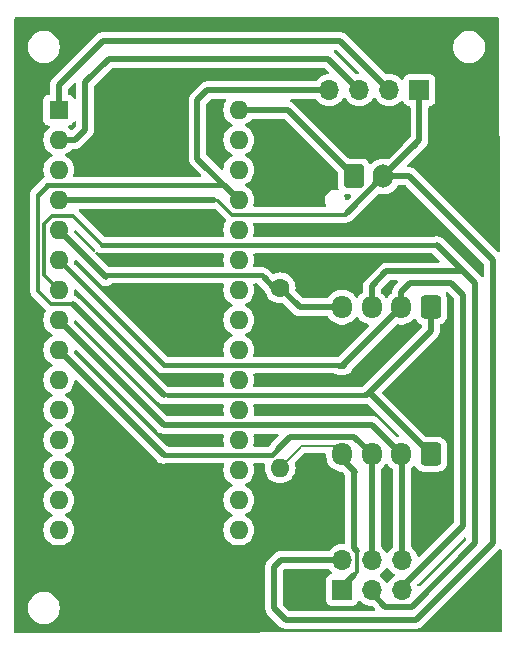
<source format=gbr>
%TF.GenerationSoftware,KiCad,Pcbnew,8.0.0*%
%TF.CreationDate,2024-03-28T15:12:29-07:00*%
%TF.ProjectId,stepper_controller_pcb,73746570-7065-4725-9f63-6f6e74726f6c,rev?*%
%TF.SameCoordinates,Original*%
%TF.FileFunction,Copper,L2,Bot*%
%TF.FilePolarity,Positive*%
%FSLAX46Y46*%
G04 Gerber Fmt 4.6, Leading zero omitted, Abs format (unit mm)*
G04 Created by KiCad (PCBNEW 8.0.0) date 2024-03-28 15:12:29*
%MOMM*%
%LPD*%
G01*
G04 APERTURE LIST*
G04 Aperture macros list*
%AMRoundRect*
0 Rectangle with rounded corners*
0 $1 Rounding radius*
0 $2 $3 $4 $5 $6 $7 $8 $9 X,Y pos of 4 corners*
0 Add a 4 corners polygon primitive as box body*
4,1,4,$2,$3,$4,$5,$6,$7,$8,$9,$2,$3,0*
0 Add four circle primitives for the rounded corners*
1,1,$1+$1,$2,$3*
1,1,$1+$1,$4,$5*
1,1,$1+$1,$6,$7*
1,1,$1+$1,$8,$9*
0 Add four rect primitives between the rounded corners*
20,1,$1+$1,$2,$3,$4,$5,0*
20,1,$1+$1,$4,$5,$6,$7,0*
20,1,$1+$1,$6,$7,$8,$9,0*
20,1,$1+$1,$8,$9,$2,$3,0*%
G04 Aperture macros list end*
%TA.AperFunction,ComponentPad*%
%ADD10R,1.700000X1.700000*%
%TD*%
%TA.AperFunction,ComponentPad*%
%ADD11O,1.700000X1.700000*%
%TD*%
%TA.AperFunction,ComponentPad*%
%ADD12R,1.600000X1.600000*%
%TD*%
%TA.AperFunction,ComponentPad*%
%ADD13O,1.600000X1.600000*%
%TD*%
%TA.AperFunction,ComponentPad*%
%ADD14RoundRect,0.250000X0.600000X0.725000X-0.600000X0.725000X-0.600000X-0.725000X0.600000X-0.725000X0*%
%TD*%
%TA.AperFunction,ComponentPad*%
%ADD15O,1.700000X1.950000*%
%TD*%
%TA.AperFunction,ComponentPad*%
%ADD16RoundRect,0.250000X-0.600000X-0.750000X0.600000X-0.750000X0.600000X0.750000X-0.600000X0.750000X0*%
%TD*%
%TA.AperFunction,ComponentPad*%
%ADD17O,1.700000X2.000000*%
%TD*%
%TA.AperFunction,ComponentPad*%
%ADD18C,1.600000*%
%TD*%
%TA.AperFunction,Conductor*%
%ADD19C,0.500000*%
%TD*%
%TA.AperFunction,Conductor*%
%ADD20C,0.300000*%
%TD*%
%TA.AperFunction,Conductor*%
%ADD21C,0.400000*%
%TD*%
%TA.AperFunction,Conductor*%
%ADD22C,0.200000*%
%TD*%
%TA.AperFunction,Conductor*%
%ADD23C,0.250000*%
%TD*%
%TA.AperFunction,Conductor*%
%ADD24C,0.350000*%
%TD*%
G04 APERTURE END LIST*
D10*
%TO.P,J5,1,Pin_1*%
%TO.N,ENA_*%
X118299996Y-28155000D03*
D11*
%TO.P,J5,2,Pin_2*%
%TO.N,UART_TX*%
X115759996Y-28155000D03*
%TO.P,J5,3,Pin_3*%
%TO.N,UART_RX*%
X113219996Y-28155000D03*
%TO.P,J5,4,Pin_4*%
%TO.N,+5V*%
X110679996Y-28155000D03*
%TD*%
D12*
%TO.P,A1,1,D1/TX*%
%TO.N,UART_TX*%
X87759996Y-29840000D03*
D13*
%TO.P,A1,2,D0/RX*%
%TO.N,UART_RX*%
X87759996Y-32380000D03*
%TO.P,A1,3,~{RESET}*%
%TO.N,unconnected-(A1-~{RESET}-Pad3)*%
X87759996Y-34920000D03*
%TO.P,A1,4,GND*%
%TO.N,ENA_*%
X87759996Y-37460000D03*
%TO.P,A1,5,D2*%
%TO.N,ENA*%
X87759996Y-40000000D03*
%TO.P,A1,6,D3*%
%TO.N,PULSE_X*%
X87759996Y-42540000D03*
%TO.P,A1,7,D4*%
%TO.N,DIR_X*%
X87759996Y-45080000D03*
%TO.P,A1,8,D5*%
%TO.N,PULSE_Y*%
X87759996Y-47620000D03*
%TO.P,A1,9,D6*%
%TO.N,DIR_Y*%
X87759996Y-50160000D03*
%TO.P,A1,10,D7*%
%TO.N,unconnected-(A1-D7-Pad10)*%
X87759996Y-52700000D03*
%TO.P,A1,11,D8*%
%TO.N,unconnected-(A1-D8-Pad11)*%
X87759996Y-55240000D03*
%TO.P,A1,12,D9*%
%TO.N,unconnected-(A1-D9-Pad12)*%
X87759996Y-57780000D03*
%TO.P,A1,13,D10*%
%TO.N,unconnected-(A1-D10-Pad13)*%
X87759996Y-60320000D03*
%TO.P,A1,14,D11*%
%TO.N,unconnected-(A1-D11-Pad14)*%
X87759996Y-62860000D03*
%TO.P,A1,15,D12*%
%TO.N,unconnected-(A1-D12-Pad15)*%
X87759996Y-65400000D03*
%TO.P,A1,16,D13*%
%TO.N,unconnected-(A1-D13-Pad16)*%
X102999996Y-65400000D03*
%TO.P,A1,17,3V3*%
%TO.N,unconnected-(A1-3V3-Pad17)*%
X102999996Y-62860000D03*
%TO.P,A1,18,AREF*%
%TO.N,unconnected-(A1-AREF-Pad18)*%
X102999996Y-60320000D03*
%TO.P,A1,19,A0*%
%TO.N,unconnected-(A1-A0-Pad19)*%
X102999996Y-57780000D03*
%TO.P,A1,20,A1*%
%TO.N,unconnected-(A1-A1-Pad20)*%
X102999996Y-55240000D03*
%TO.P,A1,21,A2*%
%TO.N,unconnected-(A1-A2-Pad21)*%
X102999996Y-52700000D03*
%TO.P,A1,22,A3*%
%TO.N,unconnected-(A1-A3-Pad22)*%
X102999996Y-50160000D03*
%TO.P,A1,23,A4*%
%TO.N,unconnected-(A1-A4-Pad23)*%
X102999996Y-47620000D03*
%TO.P,A1,24,A5*%
%TO.N,unconnected-(A1-A5-Pad24)*%
X102999996Y-45080000D03*
%TO.P,A1,25,A6*%
%TO.N,unconnected-(A1-A6-Pad25)*%
X102999996Y-42540000D03*
%TO.P,A1,26,A7*%
%TO.N,unconnected-(A1-A7-Pad26)*%
X102999996Y-40000000D03*
%TO.P,A1,27,+5V*%
%TO.N,+5V*%
X102999996Y-37460000D03*
%TO.P,A1,28,~{RESET}*%
%TO.N,unconnected-(A1-~{RESET}-Pad28)*%
X102999996Y-34920000D03*
%TO.P,A1,29,GND*%
%TO.N,unconnected-(A1-GND-Pad29)*%
X102999996Y-32380000D03*
%TO.P,A1,30,VIN*%
%TO.N,Vcc*%
X102999996Y-29840000D03*
%TD*%
D14*
%TO.P,J3,1,Pin_1*%
%TO.N,+5V*%
X119249996Y-46525000D03*
D15*
%TO.P,J3,2,Pin_2*%
%TO.N,PULSE_X*%
X116749996Y-46525000D03*
%TO.P,J3,3,Pin_3*%
%TO.N,DIR_X*%
X114249996Y-46525000D03*
%TO.P,J3,4,Pin_4*%
%TO.N,ENA*%
X111749996Y-46525000D03*
%TD*%
D10*
%TO.P,J1,1,Pin_1*%
%TO.N,ENA_*%
X111749996Y-70475000D03*
D11*
%TO.P,J1,2,Pin_2*%
X111749996Y-67935000D03*
%TO.P,J1,3,Pin_3*%
%TO.N,DIR_X*%
X114289996Y-70475000D03*
%TO.P,J1,4,Pin_4*%
%TO.N,DIR_Y*%
X114289996Y-67935000D03*
%TO.P,J1,5,Pin_5*%
%TO.N,PULSE_X*%
X116829996Y-70475000D03*
%TO.P,J1,6,Pin_6*%
%TO.N,PULSE_Y*%
X116829996Y-67935000D03*
%TD*%
D14*
%TO.P,J4,1,Pin_1*%
%TO.N,+5V*%
X119249996Y-58975000D03*
D15*
%TO.P,J4,2,Pin_2*%
%TO.N,PULSE_Y*%
X116749996Y-58975000D03*
%TO.P,J4,3,Pin_3*%
%TO.N,DIR_Y*%
X114249996Y-58975000D03*
%TO.P,J4,4,Pin_4*%
%TO.N,ENA_*%
X111749996Y-58975000D03*
%TD*%
D16*
%TO.P,J2,1,Pin_1*%
%TO.N,Vcc*%
X112749996Y-35450000D03*
D17*
%TO.P,J2,2,Pin_2*%
%TO.N,ENA_*%
X115249996Y-35450000D03*
%TD*%
D18*
%TO.P,R1,1*%
%TO.N,ENA*%
X106499996Y-44880000D03*
D13*
%TO.P,R1,2*%
%TO.N,ENA_*%
X106499996Y-60120000D03*
%TD*%
D19*
%TO.N,+5V*%
X114077498Y-53697498D02*
X114077498Y-53802502D01*
D20*
X87119996Y-46300000D02*
X85999996Y-45180000D01*
D19*
X119249996Y-48525000D02*
X114077498Y-53697498D01*
X99499996Y-33960000D02*
X102999996Y-37460000D01*
X114077498Y-53802502D02*
X119249996Y-58975000D01*
X110679996Y-28155000D02*
X100344996Y-28155000D01*
X114077498Y-53697498D02*
X113774996Y-54000000D01*
X119249996Y-46525000D02*
X119249996Y-48525000D01*
D20*
X88950000Y-46300000D02*
X87119996Y-46300000D01*
D19*
X88950000Y-46300000D02*
X96650000Y-54000000D01*
D20*
X96650000Y-54000000D02*
X96999996Y-54000000D01*
D19*
X99499996Y-29000000D02*
X99499996Y-33960000D01*
D21*
X101749996Y-36210000D02*
X86800000Y-36210000D01*
X85999996Y-37010004D02*
X86780000Y-36230000D01*
X113774996Y-54000000D02*
X96999996Y-54000000D01*
D19*
X100344996Y-28155000D02*
X99499996Y-29000000D01*
D20*
X85999996Y-45180000D02*
X85999996Y-37010004D01*
D19*
X102999996Y-37460000D02*
X101749996Y-36210000D01*
D20*
%TO.N,ENA*%
X105099996Y-43980000D02*
X104929996Y-43810000D01*
D19*
X91739996Y-43980000D02*
X87759996Y-40000000D01*
X105999996Y-44880000D02*
X105099996Y-43980000D01*
X108144996Y-46525000D02*
X106499996Y-44880000D01*
D20*
X91909996Y-43810000D02*
X91739996Y-43980000D01*
D19*
X111749996Y-46525000D02*
X108144996Y-46525000D01*
D21*
X104929996Y-43810000D02*
X91909996Y-43810000D01*
D19*
%TO.N,PULSE_X*%
X117499996Y-44500000D02*
X120999996Y-44500000D01*
X116749996Y-45250000D02*
X117499996Y-44500000D01*
D21*
X111439996Y-51440000D02*
X96659996Y-51440000D01*
X96659996Y-51440000D02*
X87759996Y-42540000D01*
D19*
X111499996Y-51500000D02*
X111774996Y-51500000D01*
X120999996Y-44500000D02*
X121999996Y-45500000D01*
X121999996Y-65015000D02*
X116539996Y-70475000D01*
X111499996Y-51500000D02*
X111899996Y-51500000D01*
D21*
X111499996Y-51500000D02*
X111439996Y-51440000D01*
D19*
X111774996Y-51500000D02*
X116749996Y-46525000D01*
X121999996Y-45500000D02*
X121999996Y-65015000D01*
X116749996Y-46525000D02*
X116749996Y-45250000D01*
%TO.N,DIR_X*%
X122999996Y-66530004D02*
X122999996Y-44500000D01*
X114249996Y-44750000D02*
X114249996Y-46525000D01*
D20*
X87199996Y-38800000D02*
X88934310Y-38800000D01*
D19*
X119769996Y-41270000D02*
X121999996Y-43500000D01*
X122999996Y-44500000D02*
X121999996Y-43500000D01*
D21*
X91404310Y-41270000D02*
X119769996Y-41270000D01*
D19*
X113999996Y-70475000D02*
X115404996Y-71880000D01*
X115404996Y-71880000D02*
X117650000Y-71880000D01*
D20*
X88934310Y-38800000D02*
X91404310Y-41270000D01*
X87759996Y-45080000D02*
X86521117Y-43841121D01*
D19*
X117650000Y-71880000D02*
X122999996Y-66530004D01*
X121999996Y-43500000D02*
X115499996Y-43500000D01*
D20*
X86521117Y-43841121D02*
X86521117Y-39478879D01*
X86521117Y-39478879D02*
X87199996Y-38800000D01*
D19*
X115499996Y-43500000D02*
X114249996Y-44750000D01*
%TO.N,Vcc*%
X102999996Y-29840000D02*
X107139996Y-29840000D01*
X107139996Y-29840000D02*
X112749996Y-35450000D01*
D22*
%TO.N,DIR_Y*%
X114289996Y-59015000D02*
X114249996Y-58975000D01*
D19*
X114289996Y-67935000D02*
X114289996Y-59015000D01*
X112774996Y-57500000D02*
X114249996Y-58975000D01*
X106352229Y-58500000D02*
X107352229Y-57500000D01*
D21*
X105822229Y-59030000D02*
X106352229Y-58500000D01*
D19*
X107352229Y-57500000D02*
X112774996Y-57500000D01*
X87759996Y-50160000D02*
X96629996Y-59030000D01*
X113749996Y-67685000D02*
X113999996Y-67935000D01*
D21*
X96629996Y-59030000D02*
X105822229Y-59030000D01*
D22*
%TO.N,PULSE_Y*%
X116829996Y-59055000D02*
X116749996Y-58975000D01*
D19*
X116829996Y-67935000D02*
X116829996Y-59055000D01*
X116539996Y-59265000D02*
X116249996Y-58975000D01*
X96639996Y-56500000D02*
X114274996Y-56500000D01*
X114274996Y-56500000D02*
X116749996Y-58975000D01*
X87759996Y-47620000D02*
X96639996Y-56500000D01*
%TO.N,UART_TX*%
X87759996Y-27740000D02*
X91499996Y-24000000D01*
X111604996Y-24000000D02*
X115759996Y-28155000D01*
X87759996Y-29840000D02*
X87759996Y-27740000D01*
X91499996Y-24000000D02*
X111604996Y-24000000D01*
%TO.N,UART_RX*%
X91999996Y-25500000D02*
X89999996Y-27500000D01*
X110564996Y-25500000D02*
X91999996Y-25500000D01*
X113219996Y-28155000D02*
X110564996Y-25500000D01*
X89999996Y-31500000D02*
X89119996Y-32380000D01*
X89119996Y-32380000D02*
X87759996Y-32380000D01*
X89999996Y-27500000D02*
X89999996Y-31500000D01*
%TO.N,ENA_*%
X111749996Y-67935000D02*
X106564996Y-67935000D01*
D20*
X111749996Y-59389996D02*
X111749996Y-58975000D01*
D22*
X106499996Y-60120000D02*
X108210000Y-58409996D01*
D19*
X87759996Y-37460000D02*
X100920000Y-37460000D01*
X112970000Y-67130000D02*
X112730000Y-66890000D01*
D20*
X113000000Y-67160000D02*
X113000000Y-68934996D01*
D19*
X117999996Y-73000000D02*
X124499996Y-66500000D01*
D23*
X102410000Y-38690000D02*
X101180000Y-37460000D01*
D19*
X118299996Y-32400000D02*
X116849996Y-33850000D01*
X112139996Y-38560000D02*
X115249996Y-35450000D01*
X106564996Y-67935000D02*
X106000000Y-68499996D01*
X117449996Y-35450000D02*
X115249996Y-35450000D01*
X106000000Y-68499996D02*
X106000000Y-72000004D01*
D20*
X112730000Y-60550000D02*
X112820000Y-60460000D01*
D23*
X101180000Y-37460000D02*
X100920000Y-37460000D01*
D19*
X116849996Y-33850000D02*
X117999996Y-32700000D01*
X111749996Y-70185000D02*
X112730000Y-69204996D01*
X112730000Y-66890000D02*
X112730000Y-60550000D01*
D22*
X108340000Y-58260000D02*
X111034996Y-58260000D01*
X108210000Y-58390000D02*
X108340000Y-58260000D01*
D20*
X113000000Y-68934996D02*
X112730000Y-69204996D01*
D19*
X106999996Y-73000000D02*
X117999996Y-73000000D01*
X118299996Y-28155000D02*
X118299996Y-32400000D01*
D22*
X111749996Y-70475000D02*
X111749996Y-70185000D01*
D23*
X112139996Y-38560000D02*
X112009996Y-38690000D01*
D22*
X111034996Y-58260000D02*
X111749996Y-58975000D01*
D19*
X124499996Y-42500000D02*
X117449996Y-35450000D01*
D22*
X108210000Y-58409996D02*
X108210000Y-58390000D01*
D19*
X124499996Y-66500000D02*
X124499996Y-42500000D01*
D20*
X112970000Y-67130000D02*
X113000000Y-67160000D01*
D19*
X106000000Y-72000004D02*
X106999996Y-73000000D01*
X115249996Y-35450000D02*
X118299996Y-32400000D01*
X112820000Y-60460000D02*
X111749996Y-59389996D01*
D24*
X112009996Y-38690000D02*
X102410000Y-38690000D01*
%TD*%
%TA.AperFunction,Conductor*%
%TO.N,gnd!*%
G36*
X124963655Y-21999698D02*
G01*
X125009423Y-22052491D01*
X125020639Y-22103387D01*
X125122551Y-41761185D01*
X125103215Y-41828326D01*
X125050649Y-41874354D01*
X124981542Y-41884656D01*
X124917837Y-41855961D01*
X124910872Y-41849509D01*
X121422221Y-38360858D01*
X117928412Y-34867048D01*
X117928411Y-34867047D01*
X117928409Y-34867045D01*
X117849507Y-34814327D01*
X117846351Y-34812218D01*
X117805491Y-34784916D01*
X117805490Y-34784915D01*
X117805488Y-34784914D01*
X117805486Y-34784913D01*
X117668913Y-34728343D01*
X117668903Y-34728340D01*
X117523916Y-34699500D01*
X117523914Y-34699500D01*
X117361225Y-34699500D01*
X117294186Y-34679815D01*
X117248431Y-34627011D01*
X117238487Y-34557853D01*
X117267512Y-34494297D01*
X117273543Y-34487820D01*
X117287861Y-34473502D01*
X117328410Y-34432953D01*
X117328412Y-34432952D01*
X117875281Y-33886083D01*
X118882948Y-32878415D01*
X118917639Y-32826496D01*
X118965080Y-32755495D01*
X119018685Y-32626082D01*
X119021655Y-32618912D01*
X119050496Y-32473917D01*
X119050496Y-32326082D01*
X119050496Y-29629499D01*
X119070181Y-29562460D01*
X119122985Y-29516705D01*
X119174496Y-29505499D01*
X119197867Y-29505499D01*
X119197868Y-29505499D01*
X119257479Y-29499091D01*
X119392327Y-29448796D01*
X119507542Y-29362546D01*
X119593792Y-29247331D01*
X119644087Y-29112483D01*
X119650496Y-29052873D01*
X119650495Y-27257128D01*
X119644087Y-27197517D01*
X119642806Y-27194083D01*
X119593793Y-27062671D01*
X119593789Y-27062664D01*
X119507543Y-26947455D01*
X119507540Y-26947452D01*
X119392331Y-26861206D01*
X119392324Y-26861202D01*
X119257478Y-26810908D01*
X119257479Y-26810908D01*
X119197879Y-26804501D01*
X119197877Y-26804500D01*
X119197869Y-26804500D01*
X119197860Y-26804500D01*
X117402125Y-26804500D01*
X117402119Y-26804501D01*
X117342512Y-26810908D01*
X117207667Y-26861202D01*
X117207660Y-26861206D01*
X117092451Y-26947452D01*
X117092448Y-26947455D01*
X117006202Y-27062664D01*
X117006199Y-27062669D01*
X116957185Y-27194083D01*
X116915313Y-27250016D01*
X116849849Y-27274433D01*
X116781576Y-27259581D01*
X116753322Y-27238430D01*
X116631398Y-27116506D01*
X116631391Y-27116501D01*
X116437830Y-26980967D01*
X116437826Y-26980965D01*
X116437824Y-26980964D01*
X116223659Y-26881097D01*
X116223655Y-26881096D01*
X116223651Y-26881094D01*
X115995409Y-26819938D01*
X115995399Y-26819936D01*
X115759997Y-26799341D01*
X115759994Y-26799341D01*
X115546981Y-26817977D01*
X115478481Y-26804210D01*
X115448493Y-26782130D01*
X113272650Y-24606286D01*
X121149500Y-24606286D01*
X121178093Y-24786819D01*
X121182754Y-24816243D01*
X121230172Y-24962181D01*
X121248444Y-25018414D01*
X121344951Y-25207820D01*
X121469890Y-25379786D01*
X121620213Y-25530109D01*
X121792179Y-25655048D01*
X121792181Y-25655049D01*
X121792184Y-25655051D01*
X121981588Y-25751557D01*
X122183757Y-25817246D01*
X122393713Y-25850500D01*
X122393714Y-25850500D01*
X122606286Y-25850500D01*
X122606287Y-25850500D01*
X122816243Y-25817246D01*
X123018412Y-25751557D01*
X123207816Y-25655051D01*
X123229789Y-25639086D01*
X123379786Y-25530109D01*
X123379788Y-25530106D01*
X123379792Y-25530104D01*
X123530104Y-25379792D01*
X123530106Y-25379788D01*
X123530109Y-25379786D01*
X123655048Y-25207820D01*
X123655047Y-25207820D01*
X123655051Y-25207816D01*
X123751557Y-25018412D01*
X123817246Y-24816243D01*
X123850500Y-24606287D01*
X123850500Y-24393713D01*
X123817246Y-24183757D01*
X123751557Y-23981588D01*
X123655051Y-23792184D01*
X123655049Y-23792181D01*
X123655048Y-23792179D01*
X123530109Y-23620213D01*
X123379786Y-23469890D01*
X123207820Y-23344951D01*
X123018414Y-23248444D01*
X123018413Y-23248443D01*
X123018412Y-23248443D01*
X122816243Y-23182754D01*
X122816241Y-23182753D01*
X122816240Y-23182753D01*
X122654957Y-23157208D01*
X122606287Y-23149500D01*
X122393713Y-23149500D01*
X122345042Y-23157208D01*
X122183760Y-23182753D01*
X121981585Y-23248444D01*
X121792179Y-23344951D01*
X121620213Y-23469890D01*
X121469890Y-23620213D01*
X121344951Y-23792179D01*
X121248444Y-23981585D01*
X121182753Y-24183760D01*
X121149500Y-24393713D01*
X121149500Y-24606286D01*
X113272650Y-24606286D01*
X112083417Y-23417052D01*
X112083416Y-23417051D01*
X111975506Y-23344949D01*
X111975503Y-23344947D01*
X111960491Y-23334916D01*
X111960486Y-23334913D01*
X111823913Y-23278343D01*
X111823903Y-23278340D01*
X111678916Y-23249500D01*
X111678914Y-23249500D01*
X91426078Y-23249500D01*
X91426072Y-23249500D01*
X91397238Y-23255234D01*
X91397239Y-23255235D01*
X91281089Y-23278339D01*
X91281079Y-23278342D01*
X91201077Y-23311479D01*
X91201078Y-23311480D01*
X91144505Y-23334914D01*
X91144491Y-23334921D01*
X91129488Y-23344947D01*
X91129486Y-23344949D01*
X91021575Y-23417051D01*
X87177046Y-27261580D01*
X87177040Y-27261588D01*
X87127808Y-27335268D01*
X87127809Y-27335269D01*
X87094917Y-27384496D01*
X87094910Y-27384508D01*
X87038338Y-27521086D01*
X87038336Y-27521092D01*
X87009496Y-27666079D01*
X87009496Y-28417648D01*
X86989811Y-28484687D01*
X86937007Y-28530442D01*
X86898751Y-28540938D01*
X86852512Y-28545909D01*
X86717667Y-28596202D01*
X86717660Y-28596206D01*
X86602451Y-28682452D01*
X86602448Y-28682455D01*
X86516202Y-28797664D01*
X86516198Y-28797671D01*
X86465904Y-28932517D01*
X86459497Y-28992116D01*
X86459496Y-28992135D01*
X86459496Y-30687870D01*
X86459497Y-30687876D01*
X86465904Y-30747483D01*
X86516198Y-30882328D01*
X86516202Y-30882335D01*
X86602448Y-30997544D01*
X86602451Y-30997547D01*
X86717660Y-31083793D01*
X86717667Y-31083797D01*
X86762614Y-31100561D01*
X86852513Y-31134091D01*
X86887592Y-31137862D01*
X86952140Y-31164599D01*
X86991989Y-31221991D01*
X86994484Y-31291816D01*
X86958832Y-31351905D01*
X86945460Y-31362725D01*
X86920854Y-31379954D01*
X86759950Y-31540858D01*
X86629428Y-31727265D01*
X86629427Y-31727267D01*
X86533257Y-31933502D01*
X86533254Y-31933511D01*
X86474362Y-32153302D01*
X86474360Y-32153313D01*
X86454528Y-32379998D01*
X86454528Y-32380001D01*
X86474360Y-32606686D01*
X86474362Y-32606697D01*
X86533254Y-32826488D01*
X86533256Y-32826493D01*
X86533257Y-32826496D01*
X86557469Y-32878418D01*
X86629427Y-33032732D01*
X86629428Y-33032734D01*
X86759950Y-33219141D01*
X86920854Y-33380045D01*
X86920857Y-33380047D01*
X87107262Y-33510568D01*
X87165271Y-33537618D01*
X87217710Y-33583791D01*
X87236862Y-33650984D01*
X87216646Y-33717865D01*
X87165271Y-33762382D01*
X87107263Y-33789431D01*
X87107261Y-33789432D01*
X86920854Y-33919954D01*
X86759950Y-34080858D01*
X86629428Y-34267265D01*
X86629427Y-34267267D01*
X86533257Y-34473502D01*
X86533254Y-34473511D01*
X86474362Y-34693302D01*
X86474360Y-34693313D01*
X86454528Y-34919998D01*
X86454528Y-34920001D01*
X86474360Y-35146686D01*
X86474362Y-35146697D01*
X86533254Y-35366488D01*
X86533256Y-35366492D01*
X86533257Y-35366496D01*
X86533890Y-35367853D01*
X86555028Y-35413185D01*
X86565519Y-35482262D01*
X86536998Y-35546046D01*
X86490101Y-35580148D01*
X86468191Y-35589223D01*
X86468183Y-35589228D01*
X86353459Y-35665884D01*
X86333457Y-35685886D01*
X85455884Y-36563457D01*
X85455883Y-36563458D01*
X85379218Y-36678196D01*
X85326417Y-36805671D01*
X85326414Y-36805681D01*
X85299496Y-36941007D01*
X85299496Y-36941010D01*
X85299496Y-37078998D01*
X85299496Y-37079000D01*
X85299495Y-37079000D01*
X85326414Y-37214326D01*
X85326416Y-37214332D01*
X85340057Y-37247264D01*
X85349496Y-37294717D01*
X85349496Y-45244069D01*
X85365892Y-45326496D01*
X85372241Y-45358410D01*
X85372241Y-45358419D01*
X85372243Y-45358419D01*
X85374495Y-45369745D01*
X85423529Y-45488125D01*
X85471206Y-45559479D01*
X85483808Y-45578340D01*
X85494722Y-45594673D01*
X85494723Y-45594674D01*
X86614720Y-46714669D01*
X86653825Y-46753774D01*
X86687310Y-46815097D01*
X86682326Y-46884789D01*
X86667720Y-46912577D01*
X86629429Y-46967263D01*
X86533257Y-47173502D01*
X86533254Y-47173511D01*
X86474362Y-47393302D01*
X86474360Y-47393313D01*
X86454528Y-47619998D01*
X86454528Y-47620001D01*
X86474360Y-47846686D01*
X86474362Y-47846697D01*
X86533254Y-48066488D01*
X86533257Y-48066497D01*
X86629427Y-48272732D01*
X86629428Y-48272734D01*
X86759950Y-48459141D01*
X86920854Y-48620045D01*
X86920857Y-48620047D01*
X87107262Y-48750568D01*
X87165271Y-48777618D01*
X87217710Y-48823791D01*
X87236862Y-48890984D01*
X87216646Y-48957865D01*
X87165271Y-49002381D01*
X87148268Y-49010310D01*
X87107263Y-49029431D01*
X87107261Y-49029432D01*
X86920854Y-49159954D01*
X86759950Y-49320858D01*
X86629428Y-49507265D01*
X86629427Y-49507267D01*
X86533257Y-49713502D01*
X86533254Y-49713511D01*
X86474362Y-49933302D01*
X86474360Y-49933313D01*
X86454528Y-50159998D01*
X86454528Y-50160001D01*
X86474360Y-50386686D01*
X86474362Y-50386697D01*
X86533254Y-50606488D01*
X86533257Y-50606497D01*
X86629427Y-50812732D01*
X86629428Y-50812734D01*
X86759950Y-50999141D01*
X86920854Y-51160045D01*
X86920857Y-51160047D01*
X87107262Y-51290568D01*
X87165271Y-51317618D01*
X87217710Y-51363791D01*
X87236862Y-51430984D01*
X87216646Y-51497865D01*
X87165271Y-51542382D01*
X87107263Y-51569431D01*
X87107261Y-51569432D01*
X86920854Y-51699954D01*
X86759950Y-51860858D01*
X86629428Y-52047265D01*
X86629427Y-52047267D01*
X86533257Y-52253502D01*
X86533254Y-52253511D01*
X86474362Y-52473302D01*
X86474360Y-52473313D01*
X86454528Y-52699998D01*
X86454528Y-52700001D01*
X86474360Y-52926686D01*
X86474362Y-52926697D01*
X86533254Y-53146488D01*
X86533257Y-53146497D01*
X86629427Y-53352732D01*
X86629428Y-53352734D01*
X86759950Y-53539141D01*
X86920854Y-53700045D01*
X86920857Y-53700047D01*
X87107262Y-53830568D01*
X87165271Y-53857618D01*
X87217710Y-53903791D01*
X87236862Y-53970984D01*
X87216646Y-54037865D01*
X87165271Y-54082382D01*
X87107263Y-54109431D01*
X87107261Y-54109432D01*
X86920854Y-54239954D01*
X86759950Y-54400858D01*
X86629428Y-54587266D01*
X86533257Y-54793502D01*
X86533254Y-54793511D01*
X86474362Y-55013302D01*
X86474360Y-55013313D01*
X86454528Y-55239998D01*
X86454528Y-55240001D01*
X86474360Y-55466686D01*
X86474362Y-55466697D01*
X86533254Y-55686488D01*
X86533257Y-55686497D01*
X86629427Y-55892732D01*
X86629428Y-55892734D01*
X86759950Y-56079141D01*
X86920854Y-56240045D01*
X86920857Y-56240047D01*
X87107262Y-56370568D01*
X87165271Y-56397618D01*
X87217710Y-56443791D01*
X87236862Y-56510984D01*
X87216646Y-56577865D01*
X87165271Y-56622382D01*
X87107263Y-56649431D01*
X87107261Y-56649432D01*
X86920854Y-56779954D01*
X86759950Y-56940858D01*
X86629428Y-57127265D01*
X86629427Y-57127267D01*
X86533257Y-57333502D01*
X86533254Y-57333511D01*
X86474362Y-57553302D01*
X86474360Y-57553313D01*
X86454528Y-57779998D01*
X86454528Y-57780001D01*
X86474360Y-58006686D01*
X86474362Y-58006697D01*
X86533254Y-58226488D01*
X86533257Y-58226497D01*
X86629427Y-58432732D01*
X86629428Y-58432734D01*
X86759950Y-58619141D01*
X86920854Y-58780045D01*
X86920857Y-58780047D01*
X87107262Y-58910568D01*
X87155344Y-58932989D01*
X87165271Y-58937618D01*
X87217710Y-58983791D01*
X87236862Y-59050984D01*
X87216646Y-59117865D01*
X87165271Y-59162382D01*
X87107263Y-59189431D01*
X87107261Y-59189432D01*
X86920854Y-59319954D01*
X86759950Y-59480858D01*
X86629428Y-59667265D01*
X86629427Y-59667267D01*
X86533257Y-59873502D01*
X86533254Y-59873511D01*
X86474362Y-60093302D01*
X86474360Y-60093313D01*
X86454528Y-60319998D01*
X86454528Y-60320001D01*
X86474360Y-60546686D01*
X86474362Y-60546697D01*
X86533254Y-60766488D01*
X86533257Y-60766497D01*
X86629427Y-60972732D01*
X86629428Y-60972734D01*
X86759950Y-61159141D01*
X86920854Y-61320045D01*
X86920857Y-61320047D01*
X87107262Y-61450568D01*
X87165271Y-61477618D01*
X87217710Y-61523791D01*
X87236862Y-61590984D01*
X87216646Y-61657865D01*
X87165271Y-61702382D01*
X87107263Y-61729431D01*
X87107261Y-61729432D01*
X86920854Y-61859954D01*
X86759950Y-62020858D01*
X86629428Y-62207265D01*
X86629427Y-62207267D01*
X86533257Y-62413502D01*
X86533254Y-62413511D01*
X86474362Y-62633302D01*
X86474360Y-62633313D01*
X86454528Y-62859998D01*
X86454528Y-62860001D01*
X86474360Y-63086686D01*
X86474362Y-63086697D01*
X86533254Y-63306488D01*
X86533257Y-63306497D01*
X86629427Y-63512732D01*
X86629428Y-63512734D01*
X86759950Y-63699141D01*
X86920854Y-63860045D01*
X86920857Y-63860047D01*
X87107262Y-63990568D01*
X87165271Y-64017618D01*
X87217710Y-64063791D01*
X87236862Y-64130984D01*
X87216646Y-64197865D01*
X87165271Y-64242382D01*
X87107263Y-64269431D01*
X87107261Y-64269432D01*
X86920854Y-64399954D01*
X86759950Y-64560858D01*
X86629428Y-64747265D01*
X86629427Y-64747267D01*
X86533257Y-64953502D01*
X86533254Y-64953511D01*
X86474362Y-65173302D01*
X86474360Y-65173313D01*
X86454528Y-65399998D01*
X86454528Y-65400001D01*
X86474360Y-65626686D01*
X86474362Y-65626697D01*
X86533254Y-65846488D01*
X86533257Y-65846497D01*
X86629427Y-66052732D01*
X86629428Y-66052734D01*
X86759950Y-66239141D01*
X86920854Y-66400045D01*
X86920857Y-66400047D01*
X87107262Y-66530568D01*
X87313500Y-66626739D01*
X87313505Y-66626740D01*
X87313507Y-66626741D01*
X87366411Y-66640916D01*
X87533304Y-66685635D01*
X87695226Y-66699801D01*
X87759994Y-66705468D01*
X87759996Y-66705468D01*
X87759998Y-66705468D01*
X87816669Y-66700509D01*
X87986688Y-66685635D01*
X88206492Y-66626739D01*
X88412730Y-66530568D01*
X88599135Y-66400047D01*
X88760043Y-66239139D01*
X88890564Y-66052734D01*
X88986735Y-65846496D01*
X89045631Y-65626692D01*
X89065464Y-65400000D01*
X89045631Y-65173308D01*
X88986735Y-64953504D01*
X88890564Y-64747266D01*
X88760043Y-64560861D01*
X88760041Y-64560858D01*
X88599137Y-64399954D01*
X88412730Y-64269432D01*
X88412724Y-64269429D01*
X88354721Y-64242382D01*
X88302281Y-64196210D01*
X88283129Y-64129017D01*
X88303344Y-64062135D01*
X88354721Y-64017618D01*
X88412730Y-63990568D01*
X88599135Y-63860047D01*
X88760043Y-63699139D01*
X88890564Y-63512734D01*
X88986735Y-63306496D01*
X89045631Y-63086692D01*
X89065464Y-62860000D01*
X89045631Y-62633308D01*
X88986735Y-62413504D01*
X88890564Y-62207266D01*
X88760043Y-62020861D01*
X88760041Y-62020858D01*
X88599137Y-61859954D01*
X88412730Y-61729432D01*
X88412724Y-61729429D01*
X88354721Y-61702382D01*
X88302281Y-61656210D01*
X88283129Y-61589017D01*
X88303344Y-61522135D01*
X88354721Y-61477618D01*
X88412730Y-61450568D01*
X88599135Y-61320047D01*
X88760043Y-61159139D01*
X88890564Y-60972734D01*
X88986735Y-60766496D01*
X89045631Y-60546692D01*
X89065464Y-60320000D01*
X89063076Y-60292710D01*
X89051646Y-60162058D01*
X89045631Y-60093308D01*
X88992043Y-59893313D01*
X88986737Y-59873511D01*
X88986734Y-59873502D01*
X88924452Y-59739939D01*
X88890564Y-59667266D01*
X88760043Y-59480861D01*
X88760041Y-59480858D01*
X88599137Y-59319954D01*
X88412730Y-59189432D01*
X88412724Y-59189429D01*
X88354721Y-59162382D01*
X88302281Y-59116210D01*
X88283129Y-59049017D01*
X88303344Y-58982135D01*
X88354721Y-58937618D01*
X88364648Y-58932989D01*
X88412730Y-58910568D01*
X88599135Y-58780047D01*
X88760043Y-58619139D01*
X88890564Y-58432734D01*
X88986735Y-58226496D01*
X89045631Y-58006692D01*
X89065464Y-57780000D01*
X89045631Y-57553308D01*
X88986735Y-57333504D01*
X88890564Y-57127266D01*
X88760043Y-56940861D01*
X88760041Y-56940858D01*
X88599137Y-56779954D01*
X88412730Y-56649432D01*
X88412724Y-56649429D01*
X88354721Y-56622382D01*
X88302281Y-56576210D01*
X88283129Y-56509017D01*
X88303344Y-56442135D01*
X88354721Y-56397618D01*
X88412730Y-56370568D01*
X88599135Y-56240047D01*
X88760043Y-56079139D01*
X88890564Y-55892734D01*
X88986735Y-55686496D01*
X89045631Y-55466692D01*
X89065464Y-55240000D01*
X89045631Y-55013308D01*
X88986735Y-54793504D01*
X88890564Y-54587266D01*
X88760043Y-54400861D01*
X88760041Y-54400858D01*
X88599137Y-54239954D01*
X88412730Y-54109432D01*
X88412724Y-54109429D01*
X88354721Y-54082382D01*
X88302281Y-54036210D01*
X88283129Y-53969017D01*
X88303344Y-53902135D01*
X88354721Y-53857618D01*
X88412730Y-53830568D01*
X88599135Y-53700047D01*
X88760043Y-53539139D01*
X88890564Y-53352734D01*
X88986735Y-53146496D01*
X89045631Y-52926692D01*
X89056219Y-52805670D01*
X89081670Y-52740604D01*
X89138261Y-52699626D01*
X89208023Y-52695747D01*
X89267427Y-52728799D01*
X96151576Y-59612948D01*
X96151580Y-59612951D01*
X96274494Y-59695080D01*
X96274507Y-59695087D01*
X96407102Y-59750009D01*
X96411083Y-59751658D01*
X96411087Y-59751658D01*
X96411088Y-59751659D01*
X96556075Y-59780500D01*
X96556078Y-59780500D01*
X96703915Y-59780500D01*
X96812596Y-59758881D01*
X96848908Y-59751658D01*
X96863367Y-59745668D01*
X96877201Y-59739939D01*
X96924653Y-59730500D01*
X101649975Y-59730500D01*
X101717014Y-59750185D01*
X101762769Y-59802989D01*
X101772713Y-59872147D01*
X101769750Y-59886593D01*
X101714362Y-60093302D01*
X101714360Y-60093313D01*
X101694528Y-60319998D01*
X101694528Y-60320001D01*
X101714360Y-60546686D01*
X101714362Y-60546697D01*
X101773254Y-60766488D01*
X101773257Y-60766497D01*
X101869427Y-60972732D01*
X101869428Y-60972734D01*
X101999950Y-61159141D01*
X102160854Y-61320045D01*
X102160857Y-61320047D01*
X102347262Y-61450568D01*
X102405271Y-61477618D01*
X102457710Y-61523791D01*
X102476862Y-61590984D01*
X102456646Y-61657865D01*
X102405271Y-61702382D01*
X102347263Y-61729431D01*
X102347261Y-61729432D01*
X102160854Y-61859954D01*
X101999950Y-62020858D01*
X101869428Y-62207265D01*
X101869427Y-62207267D01*
X101773257Y-62413502D01*
X101773254Y-62413511D01*
X101714362Y-62633302D01*
X101714360Y-62633313D01*
X101694528Y-62859998D01*
X101694528Y-62860001D01*
X101714360Y-63086686D01*
X101714362Y-63086697D01*
X101773254Y-63306488D01*
X101773257Y-63306497D01*
X101869427Y-63512732D01*
X101869428Y-63512734D01*
X101999950Y-63699141D01*
X102160854Y-63860045D01*
X102160857Y-63860047D01*
X102347262Y-63990568D01*
X102405271Y-64017618D01*
X102457710Y-64063791D01*
X102476862Y-64130984D01*
X102456646Y-64197865D01*
X102405271Y-64242382D01*
X102347263Y-64269431D01*
X102347261Y-64269432D01*
X102160854Y-64399954D01*
X101999950Y-64560858D01*
X101869428Y-64747265D01*
X101869427Y-64747267D01*
X101773257Y-64953502D01*
X101773254Y-64953511D01*
X101714362Y-65173302D01*
X101714360Y-65173313D01*
X101694528Y-65399998D01*
X101694528Y-65400001D01*
X101714360Y-65626686D01*
X101714362Y-65626697D01*
X101773254Y-65846488D01*
X101773257Y-65846497D01*
X101869427Y-66052732D01*
X101869428Y-66052734D01*
X101999950Y-66239141D01*
X102160854Y-66400045D01*
X102160857Y-66400047D01*
X102347262Y-66530568D01*
X102553500Y-66626739D01*
X102553505Y-66626740D01*
X102553507Y-66626741D01*
X102606411Y-66640916D01*
X102773304Y-66685635D01*
X102935226Y-66699801D01*
X102999994Y-66705468D01*
X102999996Y-66705468D01*
X102999998Y-66705468D01*
X103056669Y-66700509D01*
X103226688Y-66685635D01*
X103446492Y-66626739D01*
X103652730Y-66530568D01*
X103839135Y-66400047D01*
X104000043Y-66239139D01*
X104130564Y-66052734D01*
X104226735Y-65846496D01*
X104285631Y-65626692D01*
X104305464Y-65400000D01*
X104285631Y-65173308D01*
X104226735Y-64953504D01*
X104130564Y-64747266D01*
X104000043Y-64560861D01*
X104000041Y-64560858D01*
X103839137Y-64399954D01*
X103652730Y-64269432D01*
X103652724Y-64269429D01*
X103594721Y-64242382D01*
X103542281Y-64196210D01*
X103523129Y-64129017D01*
X103543344Y-64062135D01*
X103594721Y-64017618D01*
X103652730Y-63990568D01*
X103839135Y-63860047D01*
X104000043Y-63699139D01*
X104130564Y-63512734D01*
X104226735Y-63306496D01*
X104285631Y-63086692D01*
X104305464Y-62860000D01*
X104285631Y-62633308D01*
X104226735Y-62413504D01*
X104130564Y-62207266D01*
X104000043Y-62020861D01*
X104000041Y-62020858D01*
X103839137Y-61859954D01*
X103652730Y-61729432D01*
X103652724Y-61729429D01*
X103594721Y-61702382D01*
X103542281Y-61656210D01*
X103523129Y-61589017D01*
X103543344Y-61522135D01*
X103594721Y-61477618D01*
X103652730Y-61450568D01*
X103839135Y-61320047D01*
X104000043Y-61159139D01*
X104130564Y-60972734D01*
X104226735Y-60766496D01*
X104285631Y-60546692D01*
X104305464Y-60320000D01*
X104303076Y-60292710D01*
X104291646Y-60162058D01*
X104285631Y-60093308D01*
X104230242Y-59886592D01*
X104231905Y-59816744D01*
X104271068Y-59758881D01*
X104335296Y-59731377D01*
X104350017Y-59730500D01*
X105096385Y-59730500D01*
X105163424Y-59750185D01*
X105209179Y-59802989D01*
X105219123Y-59872147D01*
X105216161Y-59886590D01*
X105214362Y-59893303D01*
X105214360Y-59893313D01*
X105194528Y-60119998D01*
X105194528Y-60120001D01*
X105214360Y-60346686D01*
X105214362Y-60346697D01*
X105273254Y-60566488D01*
X105273257Y-60566497D01*
X105369427Y-60772732D01*
X105369428Y-60772734D01*
X105499950Y-60959141D01*
X105660854Y-61120045D01*
X105660857Y-61120047D01*
X105847262Y-61250568D01*
X106053500Y-61346739D01*
X106273304Y-61405635D01*
X106435226Y-61419801D01*
X106499994Y-61425468D01*
X106499996Y-61425468D01*
X106499998Y-61425468D01*
X106556669Y-61420509D01*
X106726688Y-61405635D01*
X106946492Y-61346739D01*
X107152730Y-61250568D01*
X107339135Y-61120047D01*
X107500043Y-60959139D01*
X107630564Y-60772734D01*
X107726735Y-60566496D01*
X107785631Y-60346692D01*
X107805464Y-60120000D01*
X107785631Y-59893308D01*
X107759843Y-59797066D01*
X107761506Y-59727217D01*
X107791935Y-59677294D01*
X108568506Y-58900724D01*
X108568511Y-58900720D01*
X108572413Y-58896819D01*
X108578648Y-58893414D01*
X108600728Y-58877500D01*
X108600734Y-58877497D01*
X108602249Y-58880527D01*
X108633736Y-58863334D01*
X108660094Y-58860500D01*
X110275496Y-58860500D01*
X110342535Y-58880185D01*
X110388290Y-58932989D01*
X110399496Y-58984500D01*
X110399496Y-59206286D01*
X110432749Y-59416239D01*
X110498440Y-59618414D01*
X110594947Y-59807820D01*
X110719886Y-59979786D01*
X110870209Y-60130109D01*
X111042175Y-60255048D01*
X111042177Y-60255049D01*
X111042180Y-60255051D01*
X111231584Y-60351557D01*
X111433753Y-60417246D01*
X111643709Y-60450500D01*
X111697770Y-60450500D01*
X111764809Y-60470185D01*
X111785446Y-60486814D01*
X111943182Y-60644549D01*
X111976666Y-60705871D01*
X111979500Y-60732229D01*
X111979500Y-66464097D01*
X111959815Y-66531136D01*
X111907011Y-66576891D01*
X111844694Y-66587625D01*
X111749999Y-66579341D01*
X111749995Y-66579341D01*
X111514592Y-66599936D01*
X111514582Y-66599938D01*
X111286340Y-66661094D01*
X111286331Y-66661098D01*
X111072167Y-66760964D01*
X111072165Y-66760965D01*
X110878593Y-66896505D01*
X110711502Y-67063596D01*
X110663870Y-67131623D01*
X110609293Y-67175248D01*
X110562295Y-67184500D01*
X106491076Y-67184500D01*
X106346088Y-67213340D01*
X106346078Y-67213343D01*
X106209505Y-67269913D01*
X106209503Y-67269914D01*
X106168641Y-67297218D01*
X106168639Y-67297219D01*
X106086585Y-67352043D01*
X106086580Y-67352047D01*
X105417050Y-68021576D01*
X105417044Y-68021584D01*
X105367812Y-68095264D01*
X105367813Y-68095265D01*
X105334921Y-68144492D01*
X105334914Y-68144504D01*
X105278342Y-68281082D01*
X105278340Y-68281088D01*
X105249500Y-68426075D01*
X105249500Y-68426078D01*
X105249500Y-72073922D01*
X105249500Y-72073924D01*
X105249499Y-72073924D01*
X105278340Y-72218911D01*
X105278343Y-72218921D01*
X105334914Y-72355496D01*
X105367812Y-72404731D01*
X105367813Y-72404734D01*
X105417046Y-72478418D01*
X105417052Y-72478425D01*
X106521580Y-73582952D01*
X106521582Y-73582954D01*
X106551054Y-73602645D01*
X106595266Y-73632186D01*
X106644501Y-73665084D01*
X106644502Y-73665084D01*
X106644503Y-73665085D01*
X106644505Y-73665086D01*
X106781078Y-73721656D01*
X106781083Y-73721658D01*
X106781087Y-73721658D01*
X106781088Y-73721659D01*
X106926075Y-73750500D01*
X106926078Y-73750500D01*
X118073916Y-73750500D01*
X118171458Y-73731096D01*
X118218909Y-73721658D01*
X118355491Y-73665084D01*
X118404725Y-73632186D01*
X118404730Y-73632183D01*
X118429067Y-73615921D01*
X118478412Y-73582952D01*
X125042269Y-67019093D01*
X125103592Y-66985609D01*
X125173284Y-66990593D01*
X125229217Y-67032465D01*
X125253634Y-67097929D01*
X125253948Y-67106132D01*
X125289355Y-73935627D01*
X125270019Y-74002768D01*
X125217453Y-74048796D01*
X125165627Y-74060270D01*
X84124766Y-74149597D01*
X84057684Y-74130058D01*
X84011814Y-74077354D01*
X84000496Y-74025597D01*
X84000496Y-72106286D01*
X85149500Y-72106286D01*
X85168265Y-72224767D01*
X85182754Y-72316243D01*
X85235450Y-72478425D01*
X85248444Y-72518414D01*
X85344951Y-72707820D01*
X85469890Y-72879786D01*
X85620213Y-73030109D01*
X85792179Y-73155048D01*
X85792181Y-73155049D01*
X85792184Y-73155051D01*
X85981588Y-73251557D01*
X86183757Y-73317246D01*
X86393713Y-73350500D01*
X86393714Y-73350500D01*
X86606286Y-73350500D01*
X86606287Y-73350500D01*
X86816243Y-73317246D01*
X87018412Y-73251557D01*
X87207816Y-73155051D01*
X87229789Y-73139086D01*
X87379786Y-73030109D01*
X87379788Y-73030106D01*
X87379792Y-73030104D01*
X87530104Y-72879792D01*
X87530106Y-72879788D01*
X87530109Y-72879786D01*
X87655048Y-72707820D01*
X87655047Y-72707820D01*
X87655051Y-72707816D01*
X87751557Y-72518412D01*
X87817246Y-72316243D01*
X87850500Y-72106287D01*
X87850500Y-71893713D01*
X87817246Y-71683757D01*
X87751557Y-71481588D01*
X87655051Y-71292184D01*
X87655049Y-71292181D01*
X87655048Y-71292179D01*
X87530109Y-71120213D01*
X87379786Y-70969890D01*
X87207820Y-70844951D01*
X87018414Y-70748444D01*
X87018413Y-70748443D01*
X87018412Y-70748443D01*
X86816243Y-70682754D01*
X86816241Y-70682753D01*
X86816240Y-70682753D01*
X86654957Y-70657208D01*
X86606287Y-70649500D01*
X86393713Y-70649500D01*
X86345042Y-70657208D01*
X86183760Y-70682753D01*
X85981585Y-70748444D01*
X85792179Y-70844951D01*
X85620213Y-70969890D01*
X85469890Y-71120213D01*
X85344951Y-71292179D01*
X85248444Y-71481585D01*
X85182753Y-71683760D01*
X85149500Y-71893713D01*
X85149500Y-72106286D01*
X84000496Y-72106286D01*
X84000496Y-24606286D01*
X85149500Y-24606286D01*
X85178093Y-24786819D01*
X85182754Y-24816243D01*
X85230172Y-24962181D01*
X85248444Y-25018414D01*
X85344951Y-25207820D01*
X85469890Y-25379786D01*
X85620213Y-25530109D01*
X85792179Y-25655048D01*
X85792181Y-25655049D01*
X85792184Y-25655051D01*
X85981588Y-25751557D01*
X86183757Y-25817246D01*
X86393713Y-25850500D01*
X86393714Y-25850500D01*
X86606286Y-25850500D01*
X86606287Y-25850500D01*
X86816243Y-25817246D01*
X87018412Y-25751557D01*
X87207816Y-25655051D01*
X87229789Y-25639086D01*
X87379786Y-25530109D01*
X87379788Y-25530106D01*
X87379792Y-25530104D01*
X87530104Y-25379792D01*
X87530106Y-25379788D01*
X87530109Y-25379786D01*
X87655048Y-25207820D01*
X87655047Y-25207820D01*
X87655051Y-25207816D01*
X87751557Y-25018412D01*
X87817246Y-24816243D01*
X87850500Y-24606287D01*
X87850500Y-24393713D01*
X87817246Y-24183757D01*
X87751557Y-23981588D01*
X87655051Y-23792184D01*
X87655049Y-23792181D01*
X87655048Y-23792179D01*
X87530109Y-23620213D01*
X87379786Y-23469890D01*
X87207820Y-23344951D01*
X87018414Y-23248444D01*
X87018413Y-23248443D01*
X87018412Y-23248443D01*
X86816243Y-23182754D01*
X86816241Y-23182753D01*
X86816240Y-23182753D01*
X86654957Y-23157208D01*
X86606287Y-23149500D01*
X86393713Y-23149500D01*
X86345042Y-23157208D01*
X86183760Y-23182753D01*
X85981585Y-23248444D01*
X85792179Y-23344951D01*
X85620213Y-23469890D01*
X85469890Y-23620213D01*
X85344951Y-23792179D01*
X85248444Y-23981585D01*
X85182753Y-24183760D01*
X85149500Y-24393713D01*
X85149500Y-24606286D01*
X84000496Y-24606286D01*
X84000496Y-22113968D01*
X84020181Y-22046929D01*
X84072985Y-22001174D01*
X84124458Y-21989969D01*
X124896611Y-21980030D01*
X124963655Y-21999698D01*
G37*
%TD.AperFunction*%
%TA.AperFunction,Conductor*%
G36*
X110629334Y-68705185D02*
G01*
X110663869Y-68738376D01*
X110711501Y-68806401D01*
X110833426Y-68928326D01*
X110866911Y-68989649D01*
X110861927Y-69059341D01*
X110820055Y-69115274D01*
X110789079Y-69132189D01*
X110657665Y-69181203D01*
X110657660Y-69181206D01*
X110542451Y-69267452D01*
X110542448Y-69267455D01*
X110456202Y-69382664D01*
X110456198Y-69382671D01*
X110405904Y-69517517D01*
X110399497Y-69577116D01*
X110399496Y-69577135D01*
X110399496Y-71372870D01*
X110399497Y-71372876D01*
X110405904Y-71432483D01*
X110456198Y-71567328D01*
X110456202Y-71567335D01*
X110542448Y-71682544D01*
X110542451Y-71682547D01*
X110657660Y-71768793D01*
X110657667Y-71768797D01*
X110792513Y-71819091D01*
X110792512Y-71819091D01*
X110799440Y-71819835D01*
X110852123Y-71825500D01*
X112647868Y-71825499D01*
X112707479Y-71819091D01*
X112842327Y-71768796D01*
X112957542Y-71682546D01*
X113043792Y-71567331D01*
X113092806Y-71435916D01*
X113134677Y-71379984D01*
X113200141Y-71355566D01*
X113268414Y-71370417D01*
X113296669Y-71391569D01*
X113418595Y-71513495D01*
X113515380Y-71581265D01*
X113612161Y-71649032D01*
X113612163Y-71649033D01*
X113612166Y-71649035D01*
X113826333Y-71748903D01*
X114054588Y-71810063D01*
X114202657Y-71823017D01*
X114249739Y-71827137D01*
X114314807Y-71852590D01*
X114326612Y-71862984D01*
X114501447Y-72037819D01*
X114534932Y-72099142D01*
X114529948Y-72168834D01*
X114488076Y-72224767D01*
X114422612Y-72249184D01*
X114413766Y-72249500D01*
X107362226Y-72249500D01*
X107295187Y-72229815D01*
X107274545Y-72213181D01*
X106786819Y-71725455D01*
X106753334Y-71664132D01*
X106750500Y-71637774D01*
X106750500Y-68862226D01*
X106770185Y-68795187D01*
X106786819Y-68774545D01*
X106839545Y-68721819D01*
X106900868Y-68688334D01*
X106927226Y-68685500D01*
X110562295Y-68685500D01*
X110629334Y-68705185D01*
G37*
%TD.AperFunction*%
%TA.AperFunction,Conductor*%
G36*
X122168830Y-66010047D02*
G01*
X122224763Y-66051919D01*
X122249180Y-66117383D01*
X122249496Y-66126229D01*
X122249496Y-66167773D01*
X122229811Y-66234812D01*
X122213177Y-66255454D01*
X118330448Y-70138182D01*
X118269125Y-70171667D01*
X118199433Y-70166683D01*
X118143500Y-70124811D01*
X118122992Y-70082593D01*
X118114213Y-70049828D01*
X118115876Y-69979978D01*
X118146305Y-69930057D01*
X122037817Y-66038546D01*
X122099138Y-66005063D01*
X122168830Y-66010047D01*
G37*
%TD.AperFunction*%
%TA.AperFunction,Conductor*%
G36*
X115644851Y-68601546D02*
G01*
X115661571Y-68620842D01*
X115791497Y-68806396D01*
X115791502Y-68806402D01*
X115958593Y-68973493D01*
X115958599Y-68973498D01*
X116144154Y-69103425D01*
X116187779Y-69158002D01*
X116194973Y-69227500D01*
X116163450Y-69289855D01*
X116144154Y-69306575D01*
X115958593Y-69436505D01*
X115791501Y-69603597D01*
X115661571Y-69789158D01*
X115606994Y-69832783D01*
X115537496Y-69839977D01*
X115475141Y-69808454D01*
X115458421Y-69789158D01*
X115328490Y-69603597D01*
X115161398Y-69436506D01*
X115161392Y-69436501D01*
X114975838Y-69306575D01*
X114932213Y-69251998D01*
X114925019Y-69182500D01*
X114956542Y-69120145D01*
X114975838Y-69103425D01*
X115038796Y-69059341D01*
X115161397Y-68973495D01*
X115328491Y-68806401D01*
X115458421Y-68620842D01*
X115512998Y-68577217D01*
X115582496Y-68570023D01*
X115644851Y-68601546D01*
G37*
%TD.AperFunction*%
%TA.AperFunction,Conductor*%
G36*
X120704805Y-45270185D02*
G01*
X120725447Y-45286819D01*
X121213177Y-45774548D01*
X121246662Y-45835871D01*
X121249496Y-45862229D01*
X121249496Y-64652769D01*
X121229811Y-64719808D01*
X121213177Y-64740450D01*
X118335730Y-67617896D01*
X118274407Y-67651381D01*
X118204715Y-67646397D01*
X118148782Y-67604525D01*
X118128274Y-67562307D01*
X118103902Y-67471346D01*
X118103900Y-67471342D01*
X118103899Y-67471337D01*
X118004031Y-67257171D01*
X117998421Y-67249158D01*
X117868490Y-67063597D01*
X117701400Y-66896507D01*
X117633371Y-66848872D01*
X117589747Y-66794294D01*
X117580496Y-66747298D01*
X117580496Y-60229097D01*
X117600181Y-60162058D01*
X117626695Y-60133989D01*
X117626081Y-60133270D01*
X117629782Y-60130108D01*
X117629788Y-60130104D01*
X117768600Y-59991291D01*
X117829919Y-59957809D01*
X117899611Y-59962793D01*
X117955545Y-60004664D01*
X117961817Y-60013878D01*
X117965181Y-60019333D01*
X117965182Y-60019334D01*
X118057284Y-60168656D01*
X118181340Y-60292712D01*
X118330662Y-60384814D01*
X118497199Y-60439999D01*
X118599987Y-60450500D01*
X119900004Y-60450499D01*
X120002793Y-60439999D01*
X120169330Y-60384814D01*
X120318652Y-60292712D01*
X120442708Y-60168656D01*
X120534810Y-60019334D01*
X120589995Y-59852797D01*
X120600496Y-59750009D01*
X120600495Y-58199992D01*
X120589995Y-58097203D01*
X120534810Y-57930666D01*
X120442708Y-57781344D01*
X120318652Y-57657288D01*
X120169330Y-57565186D01*
X120002793Y-57510001D01*
X120002791Y-57510000D01*
X119900012Y-57499500D01*
X119900005Y-57499500D01*
X118887226Y-57499500D01*
X118820187Y-57479815D01*
X118799545Y-57463181D01*
X115174045Y-53837681D01*
X115140560Y-53776358D01*
X115145544Y-53706666D01*
X115174045Y-53662319D01*
X119832943Y-49003421D01*
X119832948Y-49003416D01*
X119898282Y-48905635D01*
X119915080Y-48880495D01*
X119971654Y-48743913D01*
X119996293Y-48620047D01*
X120000496Y-48598920D01*
X120000496Y-48080300D01*
X120020181Y-48013261D01*
X120072985Y-47967506D01*
X120085478Y-47962599D01*
X120169330Y-47934814D01*
X120318652Y-47842712D01*
X120442708Y-47718656D01*
X120534810Y-47569334D01*
X120589995Y-47402797D01*
X120600496Y-47300009D01*
X120600495Y-45749992D01*
X120599288Y-45738181D01*
X120589995Y-45647203D01*
X120589994Y-45647200D01*
X120585923Y-45634914D01*
X120534810Y-45480666D01*
X120509477Y-45439595D01*
X120491038Y-45372204D01*
X120511961Y-45305541D01*
X120565603Y-45260771D01*
X120615017Y-45250500D01*
X120637766Y-45250500D01*
X120704805Y-45270185D01*
G37*
%TD.AperFunction*%
%TA.AperFunction,Conductor*%
G36*
X115586416Y-59799166D02*
G01*
X115600309Y-59815199D01*
X115657062Y-59893313D01*
X115719892Y-59979792D01*
X115870207Y-60130107D01*
X115923268Y-60168657D01*
X116028381Y-60245025D01*
X116071047Y-60300354D01*
X116079496Y-60345343D01*
X116079496Y-66747298D01*
X116059811Y-66814337D01*
X116026621Y-66848872D01*
X115958591Y-66896507D01*
X115791501Y-67063597D01*
X115661571Y-67249158D01*
X115606994Y-67292783D01*
X115537496Y-67299977D01*
X115475141Y-67268454D01*
X115458421Y-67249158D01*
X115328490Y-67063597D01*
X115161400Y-66896507D01*
X115093371Y-66848872D01*
X115049747Y-66794294D01*
X115040496Y-66747298D01*
X115040496Y-60258158D01*
X115060181Y-60191119D01*
X115091609Y-60157841D01*
X115129788Y-60130104D01*
X115280100Y-59979792D01*
X115399679Y-59815204D01*
X115455007Y-59772540D01*
X115524620Y-59766561D01*
X115586416Y-59799166D01*
G37*
%TD.AperFunction*%
%TA.AperFunction,Conductor*%
G36*
X89267427Y-50188799D02*
G01*
X92740948Y-53662319D01*
X96057044Y-56978415D01*
X96057045Y-56978416D01*
X96161580Y-57082951D01*
X96161581Y-57082952D01*
X96284494Y-57165080D01*
X96284507Y-57165087D01*
X96421078Y-57221656D01*
X96421083Y-57221658D01*
X96421087Y-57221658D01*
X96421088Y-57221659D01*
X96566075Y-57250500D01*
X96566078Y-57250500D01*
X101633898Y-57250500D01*
X101700937Y-57270185D01*
X101746692Y-57322989D01*
X101756636Y-57392147D01*
X101753673Y-57406593D01*
X101714362Y-57553302D01*
X101714360Y-57553313D01*
X101694528Y-57779998D01*
X101694528Y-57780001D01*
X101714360Y-58006686D01*
X101714362Y-58006697D01*
X101718350Y-58021579D01*
X101758868Y-58172797D01*
X101759032Y-58173407D01*
X101757369Y-58243256D01*
X101718206Y-58301119D01*
X101653978Y-58328623D01*
X101639257Y-58329500D01*
X97042225Y-58329500D01*
X96975186Y-58309815D01*
X96954544Y-58293181D01*
X89086712Y-50425348D01*
X89053227Y-50364025D01*
X89050865Y-50326863D01*
X89056218Y-50265670D01*
X89081670Y-50200604D01*
X89138261Y-50159625D01*
X89208023Y-50155747D01*
X89267427Y-50188799D01*
G37*
%TD.AperFunction*%
%TA.AperFunction,Conductor*%
G36*
X106308038Y-57270185D02*
G01*
X106353793Y-57322989D01*
X106363737Y-57392147D01*
X106334712Y-57455703D01*
X106328680Y-57462181D01*
X105769281Y-58021578D01*
X105769281Y-58021579D01*
X105769278Y-58021582D01*
X105769277Y-58021584D01*
X105728490Y-58082626D01*
X105687145Y-58144505D01*
X105675426Y-58172797D01*
X105648548Y-58213021D01*
X105568391Y-58293180D01*
X105507069Y-58326666D01*
X105480709Y-58329500D01*
X104360735Y-58329500D01*
X104293696Y-58309815D01*
X104247941Y-58257011D01*
X104237997Y-58187853D01*
X104240960Y-58173407D01*
X104285631Y-58006692D01*
X104305464Y-57780000D01*
X104285631Y-57553308D01*
X104246319Y-57406592D01*
X104247982Y-57336743D01*
X104287145Y-57278881D01*
X104351373Y-57251377D01*
X104366094Y-57250500D01*
X106240999Y-57250500D01*
X106308038Y-57270185D01*
G37*
%TD.AperFunction*%
%TA.AperFunction,Conductor*%
G36*
X113527791Y-54709939D02*
G01*
X113552528Y-54720185D01*
X113556084Y-54721658D01*
X113556088Y-54721658D01*
X113556089Y-54721659D01*
X113701076Y-54750500D01*
X113701079Y-54750500D01*
X113848914Y-54750500D01*
X113865082Y-54747283D01*
X113880005Y-54744315D01*
X113949596Y-54750541D01*
X113991879Y-54778251D01*
X116531552Y-57317924D01*
X116565037Y-57379247D01*
X116560053Y-57448939D01*
X116518181Y-57504872D01*
X116463269Y-57528078D01*
X116440357Y-57531707D01*
X116371064Y-57522753D01*
X116333278Y-57496915D01*
X114753417Y-55917052D01*
X114753410Y-55917046D01*
X114679725Y-55867812D01*
X114679725Y-55867813D01*
X114630487Y-55834913D01*
X114493913Y-55778343D01*
X114493903Y-55778340D01*
X114348916Y-55749500D01*
X114348914Y-55749500D01*
X104371453Y-55749500D01*
X104304414Y-55729815D01*
X104258659Y-55677011D01*
X104248715Y-55607853D01*
X104251678Y-55593407D01*
X104252008Y-55592172D01*
X104285631Y-55466692D01*
X104305464Y-55240000D01*
X104285631Y-55013308D01*
X104243640Y-54856593D01*
X104245303Y-54786743D01*
X104284466Y-54728881D01*
X104348694Y-54701377D01*
X104363415Y-54700500D01*
X113480339Y-54700500D01*
X113527791Y-54709939D01*
G37*
%TD.AperFunction*%
%TA.AperFunction,Conductor*%
G36*
X89265014Y-47676382D02*
G01*
X96171580Y-54582948D01*
X96171584Y-54582951D01*
X96294498Y-54665080D01*
X96294511Y-54665087D01*
X96427531Y-54720185D01*
X96431087Y-54721658D01*
X96544993Y-54744315D01*
X96576077Y-54750498D01*
X96576081Y-54750499D01*
X96576082Y-54750499D01*
X96723918Y-54750499D01*
X96723919Y-54750498D01*
X96868912Y-54721658D01*
X96897205Y-54709938D01*
X96944656Y-54700500D01*
X101636577Y-54700500D01*
X101703616Y-54720185D01*
X101749371Y-54772989D01*
X101759315Y-54842147D01*
X101756352Y-54856593D01*
X101714362Y-55013302D01*
X101714360Y-55013313D01*
X101694528Y-55239998D01*
X101694528Y-55240001D01*
X101714360Y-55466686D01*
X101714362Y-55466697D01*
X101748314Y-55593407D01*
X101746651Y-55663257D01*
X101707488Y-55721119D01*
X101643260Y-55748623D01*
X101628539Y-55749500D01*
X97002225Y-55749500D01*
X96935186Y-55729815D01*
X96914544Y-55713181D01*
X89086712Y-47885348D01*
X89053227Y-47824025D01*
X89050865Y-47786863D01*
X89053805Y-47753254D01*
X89079257Y-47688187D01*
X89135848Y-47647208D01*
X89205610Y-47643330D01*
X89265014Y-47676382D01*
G37*
%TD.AperFunction*%
%TA.AperFunction,Conductor*%
G36*
X89273116Y-45043777D02*
G01*
X96213449Y-51984111D01*
X96213450Y-51984112D01*
X96328188Y-52060777D01*
X96455663Y-52113578D01*
X96455668Y-52113580D01*
X96455672Y-52113580D01*
X96455673Y-52113581D01*
X96590999Y-52140500D01*
X96591002Y-52140500D01*
X96591003Y-52140500D01*
X101641936Y-52140500D01*
X101708975Y-52160185D01*
X101754730Y-52212989D01*
X101764674Y-52282147D01*
X101761711Y-52296593D01*
X101714362Y-52473302D01*
X101714360Y-52473313D01*
X101694528Y-52699998D01*
X101694528Y-52700001D01*
X101714360Y-52926686D01*
X101714362Y-52926697D01*
X101772429Y-53143407D01*
X101770766Y-53213257D01*
X101731603Y-53271119D01*
X101667375Y-53298623D01*
X101652654Y-53299500D01*
X97062229Y-53299500D01*
X96995190Y-53279815D01*
X96974548Y-53263181D01*
X89428421Y-45717052D01*
X89428417Y-45717049D01*
X89428416Y-45717048D01*
X89305494Y-45634916D01*
X89305492Y-45634915D01*
X89305490Y-45634914D01*
X89168912Y-45578342D01*
X89168907Y-45578340D01*
X89112612Y-45567142D01*
X89050701Y-45534756D01*
X89016128Y-45474039D01*
X89017029Y-45413433D01*
X89045631Y-45306692D01*
X89061907Y-45120649D01*
X89087359Y-45055582D01*
X89143950Y-45014603D01*
X89213712Y-45010725D01*
X89273116Y-45043777D01*
G37*
%TD.AperFunction*%
%TA.AperFunction,Conductor*%
G36*
X117899611Y-47512793D02*
G01*
X117955545Y-47554664D01*
X117961817Y-47563878D01*
X117965181Y-47569333D01*
X117965182Y-47569334D01*
X118057284Y-47718656D01*
X118181340Y-47842712D01*
X118330662Y-47934814D01*
X118414501Y-47962595D01*
X118471944Y-48002366D01*
X118498768Y-48066882D01*
X118499496Y-48080300D01*
X118499496Y-48162770D01*
X118479811Y-48229809D01*
X118463177Y-48250451D01*
X113494546Y-53219082D01*
X113494540Y-53219086D01*
X113450448Y-53263180D01*
X113389125Y-53296666D01*
X113362766Y-53299500D01*
X104347338Y-53299500D01*
X104280299Y-53279815D01*
X104234544Y-53227011D01*
X104224600Y-53157853D01*
X104227563Y-53143407D01*
X104246083Y-53074286D01*
X104285631Y-52926692D01*
X104305464Y-52700000D01*
X104285631Y-52473308D01*
X104238281Y-52296593D01*
X104239944Y-52226743D01*
X104279107Y-52168881D01*
X104343335Y-52141377D01*
X104358056Y-52140500D01*
X111070093Y-52140500D01*
X111137132Y-52160185D01*
X111138981Y-52161396D01*
X111144502Y-52165085D01*
X111260154Y-52212989D01*
X111281083Y-52221658D01*
X111281087Y-52221658D01*
X111281088Y-52221659D01*
X111426075Y-52250500D01*
X111426078Y-52250500D01*
X111973916Y-52250500D01*
X112071458Y-52231096D01*
X112118909Y-52221658D01*
X112255491Y-52165084D01*
X112378412Y-52082951D01*
X112482947Y-51978416D01*
X112565080Y-51855495D01*
X112615188Y-51734522D01*
X112642065Y-51694296D01*
X116333279Y-48003082D01*
X116394600Y-47969599D01*
X116440356Y-47968292D01*
X116548556Y-47985429D01*
X116643709Y-48000500D01*
X116643710Y-48000500D01*
X116856282Y-48000500D01*
X116856283Y-48000500D01*
X117066239Y-47967246D01*
X117268408Y-47901557D01*
X117457812Y-47805051D01*
X117629788Y-47680104D01*
X117768600Y-47541291D01*
X117829919Y-47507809D01*
X117899611Y-47512793D01*
G37*
%TD.AperFunction*%
%TA.AperFunction,Conductor*%
G36*
X89267427Y-42568799D02*
G01*
X91261574Y-44562947D01*
X91261577Y-44562949D01*
X91261580Y-44562952D01*
X91384502Y-44645084D01*
X91521084Y-44701658D01*
X91521088Y-44701658D01*
X91521089Y-44701659D01*
X91666076Y-44730500D01*
X91666079Y-44730500D01*
X91813915Y-44730500D01*
X91911457Y-44711096D01*
X91958908Y-44701658D01*
X92095490Y-44645084D01*
X92218412Y-44562952D01*
X92218417Y-44562947D01*
X92234546Y-44546819D01*
X92295869Y-44513334D01*
X92322227Y-44510500D01*
X101644616Y-44510500D01*
X101711655Y-44530185D01*
X101757410Y-44582989D01*
X101767354Y-44652147D01*
X101764391Y-44666593D01*
X101714362Y-44853302D01*
X101714360Y-44853313D01*
X101694528Y-45079998D01*
X101694528Y-45080001D01*
X101714360Y-45306686D01*
X101714362Y-45306697D01*
X101773254Y-45526488D01*
X101773257Y-45526497D01*
X101869427Y-45732732D01*
X101869428Y-45732734D01*
X101999950Y-45919141D01*
X102160854Y-46080045D01*
X102160857Y-46080047D01*
X102347262Y-46210568D01*
X102405271Y-46237618D01*
X102457710Y-46283791D01*
X102476862Y-46350984D01*
X102456646Y-46417865D01*
X102405271Y-46462382D01*
X102347263Y-46489431D01*
X102347261Y-46489432D01*
X102160854Y-46619954D01*
X101999950Y-46780858D01*
X101869428Y-46967265D01*
X101869427Y-46967267D01*
X101773257Y-47173502D01*
X101773254Y-47173511D01*
X101714362Y-47393302D01*
X101714360Y-47393313D01*
X101694528Y-47619998D01*
X101694528Y-47620001D01*
X101714360Y-47846686D01*
X101714362Y-47846697D01*
X101773254Y-48066488D01*
X101773257Y-48066497D01*
X101869427Y-48272732D01*
X101869428Y-48272734D01*
X101999950Y-48459141D01*
X102160854Y-48620045D01*
X102160857Y-48620047D01*
X102347262Y-48750568D01*
X102405271Y-48777618D01*
X102457710Y-48823791D01*
X102476862Y-48890984D01*
X102456646Y-48957865D01*
X102405271Y-49002381D01*
X102388268Y-49010310D01*
X102347263Y-49029431D01*
X102347261Y-49029432D01*
X102160854Y-49159954D01*
X101999950Y-49320858D01*
X101869428Y-49507265D01*
X101869427Y-49507267D01*
X101773257Y-49713502D01*
X101773254Y-49713511D01*
X101714362Y-49933302D01*
X101714360Y-49933313D01*
X101694528Y-50159998D01*
X101694528Y-50160001D01*
X101714360Y-50386686D01*
X101714362Y-50386697D01*
X101767070Y-50583407D01*
X101765407Y-50653257D01*
X101726244Y-50711119D01*
X101662016Y-50738623D01*
X101647295Y-50739500D01*
X97001515Y-50739500D01*
X96934476Y-50719815D01*
X96913834Y-50703181D01*
X89081023Y-42870370D01*
X89047538Y-42809047D01*
X89045176Y-42771882D01*
X89045629Y-42766697D01*
X89045631Y-42766692D01*
X89056219Y-42645670D01*
X89081670Y-42580604D01*
X89138261Y-42539625D01*
X89208023Y-42535747D01*
X89267427Y-42568799D01*
G37*
%TD.AperFunction*%
%TA.AperFunction,Conductor*%
G36*
X104584805Y-44530185D02*
G01*
X104605447Y-44546819D01*
X105208815Y-45150187D01*
X105240908Y-45205773D01*
X105273256Y-45326495D01*
X105369427Y-45532732D01*
X105369428Y-45532734D01*
X105499950Y-45719141D01*
X105660854Y-45880045D01*
X105660857Y-45880047D01*
X105847262Y-46010568D01*
X106053500Y-46106739D01*
X106273304Y-46165635D01*
X106435226Y-46179801D01*
X106499994Y-46185468D01*
X106499996Y-46185468D01*
X106499997Y-46185468D01*
X106520058Y-46183712D01*
X106666857Y-46170869D01*
X106735355Y-46184635D01*
X106765344Y-46206716D01*
X107562045Y-47003416D01*
X107666580Y-47107951D01*
X107666581Y-47107952D01*
X107789494Y-47190080D01*
X107789507Y-47190087D01*
X107926078Y-47246656D01*
X107926083Y-47246658D01*
X107926087Y-47246658D01*
X107926088Y-47246659D01*
X108071075Y-47275500D01*
X108071078Y-47275500D01*
X110477015Y-47275500D01*
X110544054Y-47295185D01*
X110587499Y-47343203D01*
X110594946Y-47357819D01*
X110719886Y-47529786D01*
X110870209Y-47680109D01*
X111042175Y-47805048D01*
X111042177Y-47805049D01*
X111042180Y-47805051D01*
X111231584Y-47901557D01*
X111433753Y-47967246D01*
X111643709Y-48000500D01*
X111643710Y-48000500D01*
X111856282Y-48000500D01*
X111856283Y-48000500D01*
X112066239Y-47967246D01*
X112268408Y-47901557D01*
X112457812Y-47805051D01*
X112529102Y-47753256D01*
X112629782Y-47680109D01*
X112629784Y-47680106D01*
X112629788Y-47680104D01*
X112780100Y-47529792D01*
X112899679Y-47365204D01*
X112955007Y-47322540D01*
X113024620Y-47316561D01*
X113086416Y-47349166D01*
X113100309Y-47365199D01*
X113203921Y-47507809D01*
X113219892Y-47529792D01*
X113370209Y-47680109D01*
X113542175Y-47805048D01*
X113542177Y-47805049D01*
X113542180Y-47805051D01*
X113731584Y-47901557D01*
X113933753Y-47967246D01*
X113933756Y-47967246D01*
X113933757Y-47967247D01*
X113963269Y-47971921D01*
X114026404Y-48001850D01*
X114063336Y-48061161D01*
X114062338Y-48131024D01*
X114031553Y-48182075D01*
X111510447Y-50703181D01*
X111449124Y-50736666D01*
X111422766Y-50739500D01*
X104352697Y-50739500D01*
X104285658Y-50719815D01*
X104239903Y-50667011D01*
X104229959Y-50597853D01*
X104232922Y-50583407D01*
X104275273Y-50425348D01*
X104285631Y-50386692D01*
X104305464Y-50160000D01*
X104285631Y-49933308D01*
X104226735Y-49713504D01*
X104130564Y-49507266D01*
X104000043Y-49320861D01*
X104000041Y-49320858D01*
X103839137Y-49159954D01*
X103652730Y-49029432D01*
X103652724Y-49029429D01*
X103625034Y-49016517D01*
X103594720Y-49002381D01*
X103542281Y-48956210D01*
X103523129Y-48889017D01*
X103543344Y-48822135D01*
X103594721Y-48777618D01*
X103652730Y-48750568D01*
X103839135Y-48620047D01*
X104000043Y-48459139D01*
X104130564Y-48272734D01*
X104226735Y-48066496D01*
X104285631Y-47846692D01*
X104305464Y-47620000D01*
X104301031Y-47569336D01*
X104297571Y-47529786D01*
X104285631Y-47393308D01*
X104226735Y-47173504D01*
X104130564Y-46967266D01*
X104000043Y-46780861D01*
X104000041Y-46780858D01*
X103839137Y-46619954D01*
X103652730Y-46489432D01*
X103652724Y-46489429D01*
X103594721Y-46462382D01*
X103542281Y-46416210D01*
X103523129Y-46349017D01*
X103543344Y-46282135D01*
X103594721Y-46237618D01*
X103652730Y-46210568D01*
X103839135Y-46080047D01*
X104000043Y-45919139D01*
X104130564Y-45732734D01*
X104226735Y-45526496D01*
X104285631Y-45306692D01*
X104305464Y-45080000D01*
X104285631Y-44853308D01*
X104235601Y-44666592D01*
X104237264Y-44596744D01*
X104276427Y-44538881D01*
X104340655Y-44511377D01*
X104355376Y-44510500D01*
X104517766Y-44510500D01*
X104584805Y-44530185D01*
G37*
%TD.AperFunction*%
%TA.AperFunction,Conductor*%
G36*
X119424805Y-41990185D02*
G01*
X119445447Y-42006819D01*
X119976447Y-42537819D01*
X120009932Y-42599142D01*
X120004948Y-42668834D01*
X119963076Y-42724767D01*
X119897612Y-42749184D01*
X119888766Y-42749500D01*
X115426076Y-42749500D01*
X115281088Y-42778340D01*
X115281082Y-42778342D01*
X115144504Y-42834914D01*
X115144492Y-42834921D01*
X115095265Y-42867813D01*
X115021584Y-42917044D01*
X115021576Y-42917050D01*
X113667043Y-44271584D01*
X113667039Y-44271589D01*
X113646146Y-44302860D01*
X113646146Y-44302861D01*
X113584909Y-44394508D01*
X113528339Y-44531082D01*
X113528336Y-44531092D01*
X113499496Y-44676079D01*
X113499496Y-45212779D01*
X113479811Y-45279818D01*
X113448381Y-45313097D01*
X113370207Y-45369893D01*
X113370201Y-45369898D01*
X113219890Y-45520209D01*
X113219886Y-45520214D01*
X113100314Y-45684793D01*
X113044985Y-45727459D01*
X112975371Y-45733438D01*
X112913576Y-45700833D01*
X112899678Y-45684793D01*
X112780105Y-45520214D01*
X112780101Y-45520209D01*
X112629782Y-45369890D01*
X112457816Y-45244951D01*
X112268410Y-45148444D01*
X112268409Y-45148443D01*
X112268408Y-45148443D01*
X112066239Y-45082754D01*
X112066237Y-45082753D01*
X112066236Y-45082753D01*
X111894683Y-45055582D01*
X111856283Y-45049500D01*
X111643709Y-45049500D01*
X111605309Y-45055582D01*
X111433756Y-45082753D01*
X111231581Y-45148444D01*
X111042175Y-45244951D01*
X110870209Y-45369890D01*
X110719886Y-45520213D01*
X110594946Y-45692180D01*
X110587499Y-45706797D01*
X110539523Y-45757592D01*
X110477015Y-45774500D01*
X108507225Y-45774500D01*
X108440186Y-45754815D01*
X108419544Y-45738181D01*
X107826712Y-45145348D01*
X107793227Y-45084025D01*
X107790865Y-45046863D01*
X107805464Y-44880000D01*
X107785631Y-44653308D01*
X107726735Y-44433504D01*
X107630564Y-44227266D01*
X107500043Y-44040861D01*
X107500041Y-44040858D01*
X107339137Y-43879954D01*
X107152730Y-43749432D01*
X107152728Y-43749431D01*
X106946493Y-43653261D01*
X106946484Y-43653258D01*
X106726693Y-43594366D01*
X106726689Y-43594365D01*
X106726688Y-43594365D01*
X106726687Y-43594364D01*
X106726682Y-43594364D01*
X106499998Y-43574532D01*
X106499994Y-43574532D01*
X106273309Y-43594364D01*
X106273298Y-43594366D01*
X106053507Y-43653258D01*
X106053502Y-43653260D01*
X106053500Y-43653261D01*
X105982918Y-43686173D01*
X105913842Y-43696664D01*
X105850059Y-43668144D01*
X105842835Y-43661471D01*
X105578417Y-43397052D01*
X105578413Y-43397049D01*
X105578412Y-43397048D01*
X105455490Y-43314916D01*
X105455483Y-43314913D01*
X105427195Y-43303195D01*
X105386969Y-43276316D01*
X105376541Y-43265888D01*
X105376537Y-43265885D01*
X105261813Y-43189228D01*
X105261800Y-43189221D01*
X105134328Y-43136421D01*
X105134318Y-43136418D01*
X104998991Y-43109500D01*
X104998989Y-43109500D01*
X104355376Y-43109500D01*
X104288337Y-43089815D01*
X104242582Y-43037011D01*
X104232638Y-42967853D01*
X104235601Y-42953407D01*
X104245344Y-42917046D01*
X104285631Y-42766692D01*
X104305464Y-42540000D01*
X104285631Y-42313308D01*
X104235601Y-42126592D01*
X104237264Y-42056744D01*
X104276427Y-41998881D01*
X104340655Y-41971377D01*
X104355376Y-41970500D01*
X119357766Y-41970500D01*
X119424805Y-41990185D01*
G37*
%TD.AperFunction*%
%TA.AperFunction,Conductor*%
G36*
X116455805Y-44270185D02*
G01*
X116501560Y-44322989D01*
X116511504Y-44392147D01*
X116482479Y-44455703D01*
X116476447Y-44462181D01*
X116167048Y-44771578D01*
X116167045Y-44771581D01*
X116132076Y-44823916D01*
X116132077Y-44823917D01*
X116084909Y-44894508D01*
X116028339Y-45031082D01*
X116028336Y-45031092D01*
X115999496Y-45176079D01*
X115999496Y-45212779D01*
X115979811Y-45279818D01*
X115948381Y-45313097D01*
X115870207Y-45369893D01*
X115870201Y-45369898D01*
X115719890Y-45520209D01*
X115719886Y-45520214D01*
X115600314Y-45684793D01*
X115544985Y-45727459D01*
X115475371Y-45733438D01*
X115413576Y-45700833D01*
X115399678Y-45684793D01*
X115280105Y-45520214D01*
X115280101Y-45520209D01*
X115129790Y-45369898D01*
X115129784Y-45369893D01*
X115051611Y-45313097D01*
X115008945Y-45257767D01*
X115000496Y-45212779D01*
X115000496Y-45112230D01*
X115020181Y-45045191D01*
X115036815Y-45024549D01*
X115774545Y-44286819D01*
X115835868Y-44253334D01*
X115862226Y-44250500D01*
X116388766Y-44250500D01*
X116455805Y-44270185D01*
G37*
%TD.AperFunction*%
%TA.AperFunction,Conductor*%
G36*
X117154805Y-36220185D02*
G01*
X117175447Y-36236819D01*
X123713177Y-42774548D01*
X123746662Y-42835871D01*
X123749496Y-42862229D01*
X123749496Y-43888770D01*
X123729811Y-43955809D01*
X123677007Y-44001564D01*
X123607849Y-44011508D01*
X123544293Y-43982483D01*
X123537815Y-43976451D01*
X122474093Y-42912728D01*
X122474070Y-42912707D01*
X120248417Y-40687052D01*
X120248413Y-40687049D01*
X120248412Y-40687048D01*
X120125490Y-40604916D01*
X120125488Y-40604915D01*
X120125486Y-40604914D01*
X119988908Y-40548342D01*
X119988902Y-40548340D01*
X119843915Y-40519500D01*
X119843913Y-40519500D01*
X119696079Y-40519500D01*
X119696077Y-40519500D01*
X119551089Y-40548340D01*
X119551079Y-40548343D01*
X119522791Y-40560061D01*
X119475339Y-40569500D01*
X104355376Y-40569500D01*
X104288337Y-40549815D01*
X104242582Y-40497011D01*
X104232638Y-40427853D01*
X104235601Y-40413407D01*
X104275273Y-40265348D01*
X104285631Y-40226692D01*
X104305464Y-40000000D01*
X104285631Y-39773308D01*
X104226735Y-39553504D01*
X104221325Y-39541904D01*
X104210834Y-39472828D01*
X104239353Y-39409044D01*
X104297830Y-39370804D01*
X104333708Y-39365500D01*
X112076529Y-39365500D01*
X112168217Y-39347261D01*
X112207032Y-39339540D01*
X112324286Y-39290972D01*
X112347536Y-39283919D01*
X112358908Y-39281658D01*
X112495490Y-39225084D01*
X112618412Y-39142952D01*
X114812369Y-36948992D01*
X114873690Y-36915509D01*
X114928247Y-36919300D01*
X114929014Y-36916108D01*
X114933741Y-36917242D01*
X114933753Y-36917246D01*
X115143709Y-36950500D01*
X115143710Y-36950500D01*
X115356282Y-36950500D01*
X115356283Y-36950500D01*
X115566239Y-36917246D01*
X115768408Y-36851557D01*
X115957812Y-36755051D01*
X116038681Y-36696297D01*
X116129782Y-36630109D01*
X116129784Y-36630106D01*
X116129788Y-36630104D01*
X116280100Y-36479792D01*
X116280102Y-36479788D01*
X116280105Y-36479786D01*
X116372365Y-36352799D01*
X116405047Y-36307816D01*
X116407816Y-36302382D01*
X116425231Y-36268205D01*
X116473205Y-36217409D01*
X116535715Y-36200500D01*
X117087766Y-36200500D01*
X117154805Y-36220185D01*
G37*
%TD.AperFunction*%
%TA.AperFunction,Conductor*%
G36*
X91023843Y-41858858D02*
G01*
X91033307Y-41864588D01*
X91072499Y-41890775D01*
X91072501Y-41890776D01*
X91072505Y-41890778D01*
X91199977Y-41943578D01*
X91199982Y-41943580D01*
X91199986Y-41943580D01*
X91199987Y-41943581D01*
X91335314Y-41970500D01*
X91335317Y-41970500D01*
X101644616Y-41970500D01*
X101711655Y-41990185D01*
X101757410Y-42042989D01*
X101767354Y-42112147D01*
X101764391Y-42126593D01*
X101714362Y-42313302D01*
X101714360Y-42313313D01*
X101694528Y-42539998D01*
X101694528Y-42540001D01*
X101714360Y-42766686D01*
X101714362Y-42766697D01*
X101728791Y-42820547D01*
X101754647Y-42917044D01*
X101764391Y-42953407D01*
X101762728Y-43023256D01*
X101723565Y-43081119D01*
X101659337Y-43108623D01*
X101644616Y-43109500D01*
X91982226Y-43109500D01*
X91915187Y-43089815D01*
X91894545Y-43073181D01*
X90876735Y-42055371D01*
X90843250Y-41994048D01*
X90848234Y-41924356D01*
X90890106Y-41868423D01*
X90955570Y-41844006D01*
X91023843Y-41858858D01*
G37*
%TD.AperFunction*%
%TA.AperFunction,Conductor*%
G36*
X89265475Y-40051111D02*
G01*
X90743013Y-41528649D01*
X90769893Y-41568877D01*
X90783533Y-41601807D01*
X90783538Y-41601817D01*
X90809721Y-41641002D01*
X90830599Y-41707680D01*
X90812114Y-41775060D01*
X90760136Y-41821750D01*
X90691166Y-41832926D01*
X90627102Y-41805041D01*
X90618938Y-41797574D01*
X89086712Y-40265348D01*
X89053227Y-40204025D01*
X89050865Y-40166863D01*
X89054266Y-40127982D01*
X89079718Y-40062916D01*
X89136309Y-40021937D01*
X89206071Y-40018059D01*
X89265475Y-40051111D01*
G37*
%TD.AperFunction*%
%TA.AperFunction,Conductor*%
G36*
X101061587Y-38230185D02*
G01*
X101082229Y-38246819D01*
X101769898Y-38934488D01*
X101796778Y-38974716D01*
X101811378Y-39009965D01*
X101811386Y-39009979D01*
X101885301Y-39120601D01*
X101885307Y-39120609D01*
X101895739Y-39131041D01*
X101929224Y-39192364D01*
X101924240Y-39262056D01*
X101909634Y-39289843D01*
X101869431Y-39347261D01*
X101869427Y-39347267D01*
X101773257Y-39553502D01*
X101773254Y-39553511D01*
X101714362Y-39773302D01*
X101714360Y-39773313D01*
X101694528Y-39999998D01*
X101694528Y-40000001D01*
X101714360Y-40226686D01*
X101714362Y-40226697D01*
X101764391Y-40413407D01*
X101762728Y-40483256D01*
X101723565Y-40541119D01*
X101659337Y-40568623D01*
X101644616Y-40569500D01*
X91675118Y-40569500D01*
X91608079Y-40549815D01*
X91587437Y-40533181D01*
X89476438Y-38422181D01*
X89442953Y-38360858D01*
X89447937Y-38291166D01*
X89489809Y-38235233D01*
X89555273Y-38210816D01*
X89564119Y-38210500D01*
X100994548Y-38210500D01*
X101061587Y-38230185D01*
G37*
%TD.AperFunction*%
%TA.AperFunction,Conductor*%
G36*
X106844805Y-30610185D02*
G01*
X106865447Y-30626819D01*
X111363177Y-35124548D01*
X111396662Y-35185871D01*
X111399496Y-35212229D01*
X111399496Y-36250001D01*
X111399497Y-36250019D01*
X111409996Y-36352796D01*
X111409997Y-36352799D01*
X111442957Y-36452264D01*
X111445359Y-36522092D01*
X111409627Y-36582134D01*
X111347107Y-36613327D01*
X111301061Y-36612886D01*
X111261282Y-36604973D01*
X111233763Y-36599500D01*
X111066229Y-36599500D01*
X111066224Y-36599500D01*
X110901921Y-36632182D01*
X110901913Y-36632184D01*
X110747135Y-36696295D01*
X110607833Y-36789373D01*
X110489369Y-36907837D01*
X110396291Y-37047139D01*
X110332180Y-37201917D01*
X110332178Y-37201925D01*
X110299496Y-37366228D01*
X110299496Y-37533771D01*
X110332178Y-37698074D01*
X110332180Y-37698082D01*
X110392227Y-37843047D01*
X110399696Y-37912516D01*
X110368421Y-37974996D01*
X110308332Y-38010648D01*
X110277666Y-38014500D01*
X104359396Y-38014500D01*
X104292357Y-37994815D01*
X104246602Y-37942011D01*
X104236658Y-37872853D01*
X104239621Y-37858407D01*
X104282581Y-37698074D01*
X104285631Y-37686692D01*
X104305464Y-37460000D01*
X104285631Y-37233308D01*
X104226735Y-37013504D01*
X104130564Y-36807266D01*
X104007970Y-36632182D01*
X104000041Y-36620858D01*
X103839137Y-36459954D01*
X103652730Y-36329432D01*
X103652724Y-36329429D01*
X103625034Y-36316517D01*
X103594720Y-36302381D01*
X103542281Y-36256210D01*
X103523129Y-36189017D01*
X103543344Y-36122135D01*
X103594721Y-36077618D01*
X103652730Y-36050568D01*
X103839135Y-35920047D01*
X104000043Y-35759139D01*
X104130564Y-35572734D01*
X104226735Y-35366496D01*
X104285631Y-35146692D01*
X104305464Y-34920000D01*
X104285631Y-34693308D01*
X104240912Y-34526415D01*
X104226737Y-34473511D01*
X104226734Y-34473502D01*
X104209809Y-34437206D01*
X104130564Y-34267266D01*
X104000043Y-34080861D01*
X104000041Y-34080858D01*
X103839137Y-33919954D01*
X103652730Y-33789432D01*
X103652724Y-33789429D01*
X103594721Y-33762382D01*
X103542281Y-33716210D01*
X103523129Y-33649017D01*
X103543344Y-33582135D01*
X103594721Y-33537618D01*
X103652730Y-33510568D01*
X103839135Y-33380047D01*
X104000043Y-33219139D01*
X104130564Y-33032734D01*
X104226735Y-32826496D01*
X104285631Y-32606692D01*
X104305464Y-32380000D01*
X104285631Y-32153308D01*
X104226735Y-31933504D01*
X104130564Y-31727266D01*
X104023190Y-31573918D01*
X104000041Y-31540858D01*
X103839137Y-31379954D01*
X103652730Y-31249432D01*
X103652724Y-31249429D01*
X103625034Y-31236517D01*
X103594720Y-31222381D01*
X103542281Y-31176210D01*
X103523129Y-31109017D01*
X103543344Y-31042135D01*
X103594721Y-30997618D01*
X103652730Y-30970568D01*
X103839135Y-30840047D01*
X104000043Y-30679139D01*
X104025084Y-30643377D01*
X104079661Y-30599752D01*
X104126659Y-30590500D01*
X106777766Y-30590500D01*
X106844805Y-30610185D01*
G37*
%TD.AperFunction*%
%TA.AperFunction,Conductor*%
G36*
X112099987Y-36950500D02*
G01*
X112388766Y-36950499D01*
X112455804Y-36970183D01*
X112501559Y-37022987D01*
X112511503Y-37092146D01*
X112482478Y-37155701D01*
X112476446Y-37162180D01*
X112209646Y-37428980D01*
X112148323Y-37462465D01*
X112078631Y-37457481D01*
X112022698Y-37415609D01*
X112000349Y-37365494D01*
X111967812Y-37201918D01*
X111932725Y-37117213D01*
X111925257Y-37047745D01*
X111956532Y-36985265D01*
X112016621Y-36949613D01*
X112059887Y-36946403D01*
X112099987Y-36950500D01*
G37*
%TD.AperFunction*%
%TA.AperFunction,Conductor*%
G36*
X110269805Y-26270185D02*
G01*
X110290447Y-26286819D01*
X110605043Y-26601415D01*
X110638528Y-26662738D01*
X110633544Y-26732430D01*
X110591672Y-26788363D01*
X110528170Y-26812624D01*
X110444592Y-26819936D01*
X110444582Y-26819938D01*
X110216340Y-26881094D01*
X110216331Y-26881098D01*
X110002167Y-26980964D01*
X110002165Y-26980965D01*
X109808593Y-27116505D01*
X109641502Y-27283596D01*
X109593870Y-27351623D01*
X109539293Y-27395248D01*
X109492295Y-27404500D01*
X100271076Y-27404500D01*
X100126088Y-27433340D01*
X100126078Y-27433343D01*
X99989507Y-27489912D01*
X99989494Y-27489919D01*
X99866580Y-27572048D01*
X99866576Y-27572051D01*
X98917045Y-28521581D01*
X98917041Y-28521585D01*
X98895141Y-28554364D01*
X98895141Y-28554365D01*
X98834910Y-28644508D01*
X98778339Y-28781082D01*
X98778336Y-28781092D01*
X98749496Y-28926079D01*
X98749496Y-28926082D01*
X98749496Y-34033918D01*
X98749496Y-34033920D01*
X98749495Y-34033920D01*
X98778336Y-34178907D01*
X98778339Y-34178917D01*
X98834908Y-34315487D01*
X98834913Y-34315497D01*
X98843547Y-34328418D01*
X98843548Y-34328419D01*
X98917047Y-34438420D01*
X98917048Y-34438421D01*
X99776447Y-35297819D01*
X99809932Y-35359142D01*
X99804948Y-35428833D01*
X99763076Y-35484767D01*
X99697612Y-35509184D01*
X99688766Y-35509500D01*
X89110017Y-35509500D01*
X89042978Y-35489815D01*
X88997223Y-35437011D01*
X88987279Y-35367853D01*
X88990242Y-35353407D01*
X89005137Y-35297819D01*
X89045631Y-35146692D01*
X89065464Y-34920000D01*
X89045631Y-34693308D01*
X89000912Y-34526415D01*
X88986737Y-34473511D01*
X88986734Y-34473502D01*
X88969809Y-34437206D01*
X88890564Y-34267266D01*
X88760043Y-34080861D01*
X88760041Y-34080858D01*
X88599137Y-33919954D01*
X88412730Y-33789432D01*
X88412724Y-33789429D01*
X88354721Y-33762382D01*
X88302281Y-33716210D01*
X88283129Y-33649017D01*
X88303344Y-33582135D01*
X88354721Y-33537618D01*
X88412730Y-33510568D01*
X88599135Y-33380047D01*
X88760043Y-33219139D01*
X88785084Y-33183377D01*
X88839661Y-33139752D01*
X88886659Y-33130500D01*
X89193916Y-33130500D01*
X89291458Y-33111096D01*
X89338909Y-33101658D01*
X89475491Y-33045084D01*
X89524725Y-33012186D01*
X89598412Y-32962952D01*
X90582948Y-31978416D01*
X90612952Y-31933511D01*
X90634283Y-31901586D01*
X90634284Y-31901584D01*
X90665080Y-31855495D01*
X90721654Y-31718913D01*
X90750496Y-31573918D01*
X90750496Y-27862229D01*
X90770181Y-27795190D01*
X90786815Y-27774548D01*
X92274544Y-26286819D01*
X92335867Y-26253334D01*
X92362225Y-26250500D01*
X110202766Y-26250500D01*
X110269805Y-26270185D01*
G37*
%TD.AperFunction*%
%TA.AperFunction,Conductor*%
G36*
X101895560Y-28925185D02*
G01*
X101941315Y-28977989D01*
X101951259Y-29047147D01*
X101930096Y-29100623D01*
X101869428Y-29187265D01*
X101869427Y-29187267D01*
X101773257Y-29393502D01*
X101773254Y-29393511D01*
X101714362Y-29613302D01*
X101714360Y-29613313D01*
X101694528Y-29839998D01*
X101694528Y-29840001D01*
X101714360Y-30066686D01*
X101714362Y-30066697D01*
X101773254Y-30286488D01*
X101773257Y-30286497D01*
X101869427Y-30492732D01*
X101869428Y-30492734D01*
X101999950Y-30679141D01*
X102160854Y-30840045D01*
X102160857Y-30840047D01*
X102347262Y-30970568D01*
X102405271Y-30997618D01*
X102457710Y-31043791D01*
X102476862Y-31110984D01*
X102456646Y-31177865D01*
X102405271Y-31222381D01*
X102388268Y-31230310D01*
X102347263Y-31249431D01*
X102347261Y-31249432D01*
X102160854Y-31379954D01*
X101999950Y-31540858D01*
X101869428Y-31727265D01*
X101869427Y-31727267D01*
X101773257Y-31933502D01*
X101773254Y-31933511D01*
X101714362Y-32153302D01*
X101714360Y-32153313D01*
X101694528Y-32379998D01*
X101694528Y-32380001D01*
X101714360Y-32606686D01*
X101714362Y-32606697D01*
X101773254Y-32826488D01*
X101773256Y-32826493D01*
X101773257Y-32826496D01*
X101797469Y-32878418D01*
X101869427Y-33032732D01*
X101869428Y-33032734D01*
X101999950Y-33219141D01*
X102160854Y-33380045D01*
X102160857Y-33380047D01*
X102347262Y-33510568D01*
X102405271Y-33537618D01*
X102457710Y-33583791D01*
X102476862Y-33650984D01*
X102456646Y-33717865D01*
X102405271Y-33762382D01*
X102347263Y-33789431D01*
X102347261Y-33789432D01*
X102160854Y-33919954D01*
X101999950Y-34080858D01*
X101869428Y-34267265D01*
X101869427Y-34267267D01*
X101773257Y-34473502D01*
X101773254Y-34473511D01*
X101714362Y-34693302D01*
X101714360Y-34693312D01*
X101703773Y-34814327D01*
X101678320Y-34879395D01*
X101621729Y-34920374D01*
X101551967Y-34924252D01*
X101492564Y-34891200D01*
X100286815Y-33685451D01*
X100253330Y-33624128D01*
X100250496Y-33597770D01*
X100250496Y-29362229D01*
X100270181Y-29295190D01*
X100286815Y-29274548D01*
X100619544Y-28941819D01*
X100680867Y-28908334D01*
X100707225Y-28905500D01*
X101828521Y-28905500D01*
X101895560Y-28925185D01*
G37*
%TD.AperFunction*%
%TA.AperFunction,Conductor*%
G36*
X114574851Y-28821546D02*
G01*
X114591571Y-28840842D01*
X114703617Y-29000861D01*
X114721501Y-29026401D01*
X114888595Y-29193495D01*
X114979354Y-29257045D01*
X115082161Y-29329032D01*
X115082163Y-29329033D01*
X115082166Y-29329035D01*
X115296333Y-29428903D01*
X115524588Y-29490063D01*
X115701030Y-29505500D01*
X115759995Y-29510659D01*
X115759996Y-29510659D01*
X115759997Y-29510659D01*
X115818962Y-29505500D01*
X115995404Y-29490063D01*
X116223659Y-29428903D01*
X116437826Y-29329035D01*
X116631397Y-29193495D01*
X116753325Y-29071566D01*
X116814644Y-29038084D01*
X116884336Y-29043068D01*
X116940270Y-29084939D01*
X116957185Y-29115917D01*
X117006198Y-29247328D01*
X117006202Y-29247335D01*
X117092448Y-29362544D01*
X117092451Y-29362547D01*
X117207660Y-29448793D01*
X117207667Y-29448797D01*
X117252614Y-29465561D01*
X117342513Y-29499091D01*
X117402123Y-29505500D01*
X117425493Y-29505499D01*
X117492532Y-29525181D01*
X117538288Y-29577983D01*
X117549496Y-29629499D01*
X117549496Y-32037770D01*
X117529811Y-32104809D01*
X117513177Y-32125451D01*
X116883134Y-32755494D01*
X116274113Y-33364514D01*
X116274110Y-33364517D01*
X115687622Y-33951004D01*
X115626299Y-33984489D01*
X115571546Y-33981542D01*
X115570982Y-33983892D01*
X115566242Y-33982754D01*
X115408772Y-33957813D01*
X115356283Y-33949500D01*
X115143709Y-33949500D01*
X115095038Y-33957208D01*
X114933756Y-33982753D01*
X114731581Y-34048444D01*
X114542175Y-34144951D01*
X114370211Y-34269889D01*
X114231394Y-34408706D01*
X114170071Y-34442190D01*
X114100379Y-34437206D01*
X114044446Y-34395334D01*
X114038174Y-34386120D01*
X113994607Y-34315487D01*
X113942708Y-34231344D01*
X113818652Y-34107288D01*
X113669330Y-34015186D01*
X113502793Y-33960001D01*
X113502791Y-33960000D01*
X113400012Y-33949500D01*
X113400005Y-33949500D01*
X112362226Y-33949500D01*
X112295187Y-33929815D01*
X112274545Y-33913181D01*
X107618409Y-29257045D01*
X107569175Y-29224150D01*
X107536351Y-29202218D01*
X107495491Y-29174916D01*
X107495490Y-29174915D01*
X107495488Y-29174914D01*
X107495486Y-29174913D01*
X107421001Y-29144061D01*
X107366597Y-29100220D01*
X107344532Y-29033926D01*
X107361811Y-28966227D01*
X107412948Y-28918616D01*
X107468453Y-28905500D01*
X109492295Y-28905500D01*
X109559334Y-28925185D01*
X109593869Y-28958376D01*
X109623618Y-29000861D01*
X109641501Y-29026401D01*
X109808595Y-29193495D01*
X109899354Y-29257045D01*
X110002161Y-29329032D01*
X110002163Y-29329033D01*
X110002166Y-29329035D01*
X110216333Y-29428903D01*
X110444588Y-29490063D01*
X110621030Y-29505500D01*
X110679995Y-29510659D01*
X110679996Y-29510659D01*
X110679997Y-29510659D01*
X110738962Y-29505500D01*
X110915404Y-29490063D01*
X111143659Y-29428903D01*
X111357826Y-29329035D01*
X111551397Y-29193495D01*
X111718491Y-29026401D01*
X111848421Y-28840842D01*
X111902998Y-28797217D01*
X111972496Y-28790023D01*
X112034851Y-28821546D01*
X112051571Y-28840842D01*
X112163617Y-29000861D01*
X112181501Y-29026401D01*
X112348595Y-29193495D01*
X112439354Y-29257045D01*
X112542161Y-29329032D01*
X112542163Y-29329033D01*
X112542166Y-29329035D01*
X112756333Y-29428903D01*
X112984588Y-29490063D01*
X113161030Y-29505500D01*
X113219995Y-29510659D01*
X113219996Y-29510659D01*
X113219997Y-29510659D01*
X113278962Y-29505500D01*
X113455404Y-29490063D01*
X113683659Y-29428903D01*
X113897826Y-29329035D01*
X114091397Y-29193495D01*
X114258491Y-29026401D01*
X114388421Y-28840842D01*
X114442998Y-28797217D01*
X114512496Y-28790023D01*
X114574851Y-28821546D01*
G37*
%TD.AperFunction*%
%TA.AperFunction,Conductor*%
G36*
X89184921Y-30802026D02*
G01*
X89234327Y-30851430D01*
X89249496Y-30910859D01*
X89249496Y-31137769D01*
X89229811Y-31204808D01*
X89213177Y-31225450D01*
X88916586Y-31522041D01*
X88855263Y-31555526D01*
X88785571Y-31550542D01*
X88741224Y-31522041D01*
X88599139Y-31379956D01*
X88574532Y-31362726D01*
X88530908Y-31308149D01*
X88523715Y-31238650D01*
X88555237Y-31176296D01*
X88615467Y-31140882D01*
X88632400Y-31137861D01*
X88667479Y-31134091D01*
X88802327Y-31083796D01*
X88917542Y-30997546D01*
X89003792Y-30882331D01*
X89009314Y-30867525D01*
X89051184Y-30811593D01*
X89116648Y-30787175D01*
X89184921Y-30802026D01*
G37*
%TD.AperFunction*%
%TA.AperFunction,Conductor*%
G36*
X89168830Y-27495047D02*
G01*
X89224763Y-27536919D01*
X89249180Y-27602383D01*
X89249496Y-27611229D01*
X89249496Y-28769140D01*
X89229811Y-28836179D01*
X89177007Y-28881934D01*
X89107849Y-28891878D01*
X89044293Y-28862853D01*
X89009314Y-28812473D01*
X89003793Y-28797671D01*
X89003789Y-28797664D01*
X88917543Y-28682455D01*
X88917540Y-28682452D01*
X88802331Y-28596206D01*
X88802324Y-28596202D01*
X88667479Y-28545908D01*
X88621239Y-28540937D01*
X88556689Y-28514199D01*
X88516841Y-28456806D01*
X88510496Y-28417648D01*
X88510496Y-28102229D01*
X88530181Y-28035190D01*
X88546811Y-28014552D01*
X89037815Y-27523547D01*
X89099138Y-27490063D01*
X89168830Y-27495047D01*
G37*
%TD.AperFunction*%
%TA.AperFunction,Conductor*%
G36*
X111309805Y-24770185D02*
G01*
X111330447Y-24786819D01*
X112295185Y-25751557D01*
X113145044Y-26601415D01*
X113178529Y-26662738D01*
X113173545Y-26732430D01*
X113131673Y-26788363D01*
X113068170Y-26812624D01*
X113006982Y-26817977D01*
X112938482Y-26804210D01*
X112908494Y-26782130D01*
X111088546Y-24962181D01*
X111055061Y-24900858D01*
X111060045Y-24831166D01*
X111101917Y-24775233D01*
X111167381Y-24750816D01*
X111176227Y-24750500D01*
X111242766Y-24750500D01*
X111309805Y-24770185D01*
G37*
%TD.AperFunction*%
%TD*%
M02*

</source>
